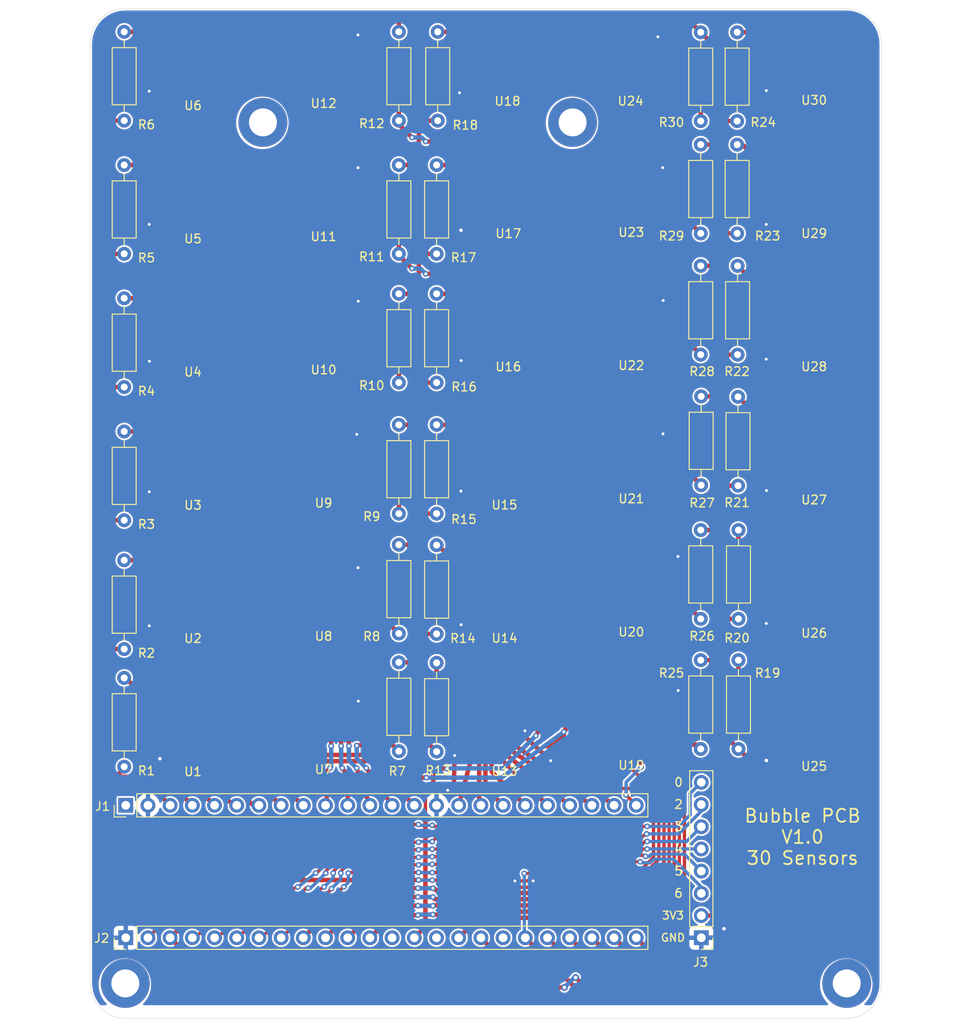
<source format=kicad_pcb>
(kicad_pcb (version 20200724) (host pcbnew "(5.99.0-2415-gbbdd3fce7)")
  (layers (0 "F.Cu" signal) (31 "B.Cu" signal) (34 "B.Paste" user) (35 "F.Paste" user) (36 "B.SilkS" user) (37 "F.SilkS" user) (38 "B.Mask" user) (39 "F.Mask" user) (44 "Edge.Cuts" user))
  (net 0 "")
  (net 1 "SCK")
  (net 2 "MISO")
  (net 3 "Net-(U1-Pad4)")
  (net 4 "+3V3")
  (net 5 "GND")
  (net 6 "VCC")
  (net 7 "SCK1")
  (net 8 "MOSI1")
  (net 9 "MOSI")
  (net 10 "MISO1")
  (net 11 "Net-(R1-Pad1)")
  (net 12 "Net-(R2-Pad1)")
  (net 13 "Net-(U2-Pad4)")
  (net 14 "ss3")
  (net 15 "ss4")
  (net 16 "ss5")
  (net 17 "ss6")
  (net 18 "ss7")
  (net 19 "ss8")
  (net 20 "ss9")
  (net 21 "ss10")
  (net 22 "ss11")
  (net 23 "ss12")
  (net 24 "ss13")
  (net 25 "ss14")
  (net 26 "ss15")
  (net 27 "ss16")
  (net 28 "ss17")
  (net 29 "ss18")
  (net 30 "ss19")
  (net 31 "gp1")
  (net 32 "gp2")
  (net 33 "gp4")
  (net 34 "gp3")
  (net 35 "ss20")
  (net 36 "ss21")
  (net 37 "ss22")
  (net 38 "ss23")
  (net 39 "ss24")
  (net 40 "ss25")
  (net 41 "ss26")
  (net 42 "ss27")
  (net 43 "ss28")
  (net 44 "ss29")
  (net 45 "ss30")
  (net 46 "gp5")
  (net 47 "gp6")
  (module "Sensor:ABPMANN060KGSA3" (layer "F.Cu") (at 92.663007 43.660639 -90)
    (fp_text reference "U24" (at 4.9 -0.66 unlocked) (layer "F.SilkS"))
    (fp_text value "ABPMANN060KGSA3")
    (pad "1" smd rect (at -2.54 -6 270) (size 0.65 1.75) (layers "F.Cu" "F.Paste" "F.Mask") (net 5 "GND"))
    (pad "2" smd rect (at 0 -6 270) (size 0.65 1.75) (layers "F.Cu" "F.Paste" "F.Mask") (net 4 "+3V3"))
    (pad "3" smd rect (at 2.54 -6 270) (size 0.65 1.75) (layers "F.Cu" "F.Paste" "F.Mask") (net 30 "ss19"))
    (pad "4" smd rect (at 2.54 4.6 270) (size 0.65 1.75) (layers "F.Cu" "F.Paste" "F.Mask") (net 13 "Net-(U2-Pad4)"))
    (pad "5" smd rect (at 0 4.6 270) (size 0.65 1.75) (layers "F.Cu" "F.Paste" "F.Mask") (net 10 "MISO1"))
    (pad "6" smd rect (at -2.54 4.6 270) (size 0.65 1.75) (layers "F.Cu" "F.Paste" "F.Mask") (net 7 "SCK1"))
  )
  (module "Resistor_THT:R_Axial_DIN0207_L6.3mm_D2.5mm_P10.16mm_Horizontal" (layer "F.Cu") (at 105.664 97.6376 -90)
    (fp_text reference "R26" (at 12.1412 4.164 180) (layer "F.SilkS"))
    (fp_text value "3.3k")
    (pad "1" thru_hole circle (at 0 0 270) (size 1.6 1.6) (drill 0.8) (layers *.Cu *.Mask) (net 41 "ss26"))
    (pad "2" thru_hole oval (at 10.16 0 270) (size 1.6 1.6) (drill 0.8) (layers *.Cu *.Mask) (net 4 "+3V3"))
  )
  (module "MountingHole:MountingHole_3.2mm_M3_DIN965_Pad" (layer "F.Cu") (at 51.25 51)
    (fp_text reference "REF**" hide)
    (fp_text value "MountingHole_3.2mm_M3_DIN965_Pad")
    (pad "1" thru_hole circle (at 0 0) (size 5.6 5.6) (drill 3.2) (layers *.Cu *.Mask))
  )
  (module "MountingHole:MountingHole_3.2mm_M3_DIN965_Pad" (layer "F.Cu") (at 86.683 51)
    (fp_text reference "REF**" hide)
    (fp_text value "MountingHole_3.2mm_M3_DIN965_Pad")
    (pad "2" thru_hole circle (at 0 0) (size 5.6 5.6) (drill 3.2) (layers *.Cu *.Mask))
  )
  (module "Resistor_THT:R_Axial_DIN0207_L6.3mm_D2.5mm_P10.16mm_Horizontal" (layer "F.Cu") (at 66.802 122.936 90)
    (fp_text reference "R7" (at -2.284 -0.182 180) (layer "F.SilkS"))
    (fp_text value "3.3k")
    (pad "1" thru_hole circle (at 0 0 90) (size 1.6 1.6) (drill 0.8) (layers *.Cu *.Mask) (net 21 "ss10"))
    (pad "2" thru_hole oval (at 10.16 0 90) (size 1.6 1.6) (drill 0.8) (layers *.Cu *.Mask) (net 4 "+3V3"))
  )
  (module "Sensor:ABPMANN060KGSA3" (layer "F.Cu") (at 79.873 58.841 90)
    (fp_text reference "U17" (at -4.88 -0.54 unlocked) (layer "F.SilkS"))
    (fp_text value "ABPMANN060KGSA3")
    (pad "1" smd rect (at -2.54 -6 90) (size 0.65 1.75) (layers "F.Cu" "F.Paste" "F.Mask") (net 5 "GND"))
    (pad "2" smd rect (at 0 -6 90) (size 0.65 1.75) (layers "F.Cu" "F.Paste" "F.Mask") (net 4 "+3V3"))
    (pad "3" smd rect (at 2.54 -6 90) (size 0.65 1.75) (layers "F.Cu" "F.Paste" "F.Mask") (net 27 "ss16"))
    (pad "4" smd rect (at 2.54 4.6 90) (size 0.65 1.75) (layers "F.Cu" "F.Paste" "F.Mask") (net 13 "Net-(U2-Pad4)"))
    (pad "5" smd rect (at 0 4.6 90) (size 0.65 1.75) (layers "F.Cu" "F.Paste" "F.Mask") (net 10 "MISO1"))
    (pad "6" smd rect (at -2.54 4.6 90) (size 0.65 1.75) (layers "F.Cu" "F.Paste" "F.Mask") (net 7 "SCK1"))
  )
  (module "Sensor:ABPMANN060KGSA3" (layer "F.Cu") (at 79.883 89.281 90)
    (fp_text reference "U15" (at -5.49 -0.99 unlocked) (layer "F.SilkS"))
    (fp_text value "ABPMANN060KGSA3")
    (pad "1" smd rect (at -2.54 -6 90) (size 0.65 1.75) (layers "F.Cu" "F.Paste" "F.Mask") (net 5 "GND"))
    (pad "2" smd rect (at 0 -6 90) (size 0.65 1.75) (layers "F.Cu" "F.Paste" "F.Mask") (net 4 "+3V3"))
    (pad "3" smd rect (at 2.54 -6 90) (size 0.65 1.75) (layers "F.Cu" "F.Paste" "F.Mask") (net 24 "ss13"))
    (pad "4" smd rect (at 2.54 4.6 90) (size 0.65 1.75) (layers "F.Cu" "F.Paste" "F.Mask") (net 3 "Net-(U1-Pad4)"))
    (pad "5" smd rect (at 0 4.6 90) (size 0.65 1.75) (layers "F.Cu" "F.Paste" "F.Mask") (net 2 "MISO"))
    (pad "6" smd rect (at -2.54 4.6 90) (size 0.65 1.75) (layers "F.Cu" "F.Paste" "F.Mask") (net 1 "SCK"))
  )
  (module "Sensor:ABPMANN060KGSA3" (layer "F.Cu") (at 58 89.24 -90)
    (fp_text reference "U9" (at 5.31 -0.19 unlocked) (layer "F.SilkS"))
    (fp_text value "ABPMANN060KGSA3")
    (pad "1" smd rect (at -2.54 -6 270) (size 0.65 1.75) (layers "F.Cu" "F.Paste" "F.Mask") (net 5 "GND"))
    (pad "2" smd rect (at 0 -6 270) (size 0.65 1.75) (layers "F.Cu" "F.Paste" "F.Mask") (net 4 "+3V3"))
    (pad "3" smd rect (at 2.54 -6 270) (size 0.65 1.75) (layers "F.Cu" "F.Paste" "F.Mask") (net 19 "ss8"))
    (pad "4" smd rect (at 2.54 4.6 270) (size 0.65 1.75) (layers "F.Cu" "F.Paste" "F.Mask") (net 3 "Net-(U1-Pad4)"))
    (pad "5" smd rect (at 0 4.6 270) (size 0.65 1.75) (layers "F.Cu" "F.Paste" "F.Mask") (net 2 "MISO"))
    (pad "6" smd rect (at -2.54 4.6 270) (size 0.65 1.75) (layers "F.Cu" "F.Paste" "F.Mask") (net 1 "SCK"))
  )
  (module "Sensor:ABPMANN060KGSA3" (layer "F.Cu") (at 114.8588 74.0664 90)
    (fp_text reference "U28" (at -4.88 -0.54 unlocked) (layer "F.SilkS"))
    (fp_text value "ABPMANN060KGSA3")
    (pad "1" smd rect (at -2.54 -6 90) (size 0.65 1.75) (layers "F.Cu" "F.Paste" "F.Mask") (net 5 "GND"))
    (pad "2" smd rect (at 0 -6 90) (size 0.65 1.75) (layers "F.Cu" "F.Paste" "F.Mask") (net 4 "+3V3"))
    (pad "3" smd rect (at 2.54 -6 90) (size 0.65 1.75) (layers "F.Cu" "F.Paste" "F.Mask") (net 43 "ss28"))
    (pad "4" smd rect (at 2.54 4.6 90) (size 0.65 1.75) (layers "F.Cu" "F.Paste" "F.Mask") (net 13 "Net-(U2-Pad4)"))
    (pad "5" smd rect (at 0 4.6 90) (size 0.65 1.75) (layers "F.Cu" "F.Paste" "F.Mask") (net 10 "MISO1"))
    (pad "6" smd rect (at -2.54 4.6 90) (size 0.65 1.75) (layers "F.Cu" "F.Paste" "F.Mask") (net 7 "SCK1"))
  )
  (module "Resistor_THT:R_Axial_DIN0207_L6.3mm_D2.5mm_P10.16mm_Horizontal" (layer "F.Cu") (at 66.802 66.04 90)
    (fp_text reference "R11" (at -0.34 -3.102 180) (layer "F.SilkS"))
    (fp_text value "3.3k")
    (pad "1" thru_hole circle (at 0 0 90) (size 1.6 1.6) (drill 0.8) (layers *.Cu *.Mask) (net 26 "ss15"))
    (pad "2" thru_hole oval (at 10.16 0 90) (size 1.6 1.6) (drill 0.8) (layers *.Cu *.Mask) (net 4 "+3V3"))
  )
  (module "Sensor:ABPMANN060KGSA3" (layer "F.Cu") (at 79.873 43.601 90)
    (fp_text reference "U18" (at -4.979 -0.633 unlocked) (layer "F.SilkS"))
    (fp_text value "ABPMANN060KGSA3")
    (pad "1" smd rect (at -2.54 -6 90) (size 0.65 1.75) (layers "F.Cu" "F.Paste" "F.Mask") (net 5 "GND"))
    (pad "2" smd rect (at 0 -6 90) (size 0.65 1.75) (layers "F.Cu" "F.Paste" "F.Mask") (net 4 "+3V3"))
    (pad "3" smd rect (at 2.54 -6 90) (size 0.65 1.75) (layers "F.Cu" "F.Paste" "F.Mask") (net 29 "ss18"))
    (pad "4" smd rect (at 2.54 4.6 90) (size 0.65 1.75) (layers "F.Cu" "F.Paste" "F.Mask") (net 13 "Net-(U2-Pad4)"))
    (pad "5" smd rect (at 0 4.6 90) (size 0.65 1.75) (layers "F.Cu" "F.Paste" "F.Mask") (net 10 "MISO1"))
    (pad "6" smd rect (at -2.54 4.6 90) (size 0.65 1.75) (layers "F.Cu" "F.Paste" "F.Mask") (net 7 "SCK1"))
  )
  (module "Sensor:ABPMANN060KGSA3" (layer "F.Cu") (at 79.873 74.081 90)
    (fp_text reference "U16" (at -4.88 -0.54 unlocked) (layer "F.SilkS"))
    (fp_text value "ABPMANN060KGSA3")
    (pad "1" smd rect (at -2.54 -6 90) (size 0.65 1.75) (layers "F.Cu" "F.Paste" "F.Mask") (net 5 "GND"))
    (pad "2" smd rect (at 0 -6 90) (size 0.65 1.75) (layers "F.Cu" "F.Paste" "F.Mask") (net 4 "+3V3"))
    (pad "3" smd rect (at 2.54 -6 90) (size 0.65 1.75) (layers "F.Cu" "F.Paste" "F.Mask") (net 25 "ss14"))
    (pad "4" smd rect (at 2.54 4.6 90) (size 0.65 1.75) (layers "F.Cu" "F.Paste" "F.Mask") (net 13 "Net-(U2-Pad4)"))
    (pad "5" smd rect (at 0 4.6 90) (size 0.65 1.75) (layers "F.Cu" "F.Paste" "F.Mask") (net 10 "MISO1"))
    (pad "6" smd rect (at -2.54 4.6 90) (size 0.65 1.75) (layers "F.Cu" "F.Paste" "F.Mask") (net 7 "SCK1"))
  )
  (module "Resistor_THT:R_Axial_DIN0207_L6.3mm_D2.5mm_P10.16mm_Horizontal" (layer "F.Cu") (at 35.372201 114.554 -90)
    (fp_text reference "R1" (at 10.626 -2.547799 -180) (layer "F.SilkS"))
    (fp_text value "3.3k")
    (pad "1" thru_hole circle (at 0 0 270) (size 1.6 1.6) (drill 0.8) (layers *.Cu *.Mask) (net 11 "Net-(R1-Pad1)"))
    (pad "2" thru_hole oval (at 10.16 0 270) (size 1.6 1.6) (drill 0.8) (layers *.Cu *.Mask) (net 4 "+3V3"))
  )
  (module "Sensor:ABPMANN060KGSA3" (layer "F.Cu") (at 114.8588 119.7864 90)
    (fp_text reference "U25" (at -4.88 -0.54 unlocked) (layer "F.SilkS"))
    (fp_text value "ABPMANN060KGSA3")
    (pad "1" smd rect (at -2.54 -6 90) (size 0.65 1.75) (layers "F.Cu" "F.Paste" "F.Mask") (net 5 "GND"))
    (pad "2" smd rect (at 0 -6 90) (size 0.65 1.75) (layers "F.Cu" "F.Paste" "F.Mask") (net 4 "+3V3"))
    (pad "3" smd rect (at 2.54 -6 90) (size 0.65 1.75) (layers "F.Cu" "F.Paste" "F.Mask") (net 40 "ss25"))
    (pad "4" smd rect (at 2.54 4.6 90) (size 0.65 1.75) (layers "F.Cu" "F.Paste" "F.Mask") (net 13 "Net-(U2-Pad4)"))
    (pad "5" smd rect (at 0 4.6 90) (size 0.65 1.75) (layers "F.Cu" "F.Paste" "F.Mask") (net 10 "MISO1"))
    (pad "6" smd rect (at -2.54 4.6 90) (size 0.65 1.75) (layers "F.Cu" "F.Paste" "F.Mask") (net 7 "SCK1"))
  )
  (module "Resistor_THT:R_Axial_DIN0207_L6.3mm_D2.5mm_P10.16mm_Horizontal" (layer "F.Cu") (at 66.802 95.758 90)
    (fp_text reference "R9" (at -0.34 -3.102 180) (layer "F.SilkS"))
    (fp_text value "3.3k")
    (pad "1" thru_hole circle (at 0 0 90) (size 1.6 1.6) (drill 0.8) (layers *.Cu *.Mask) (net 19 "ss8"))
    (pad "2" thru_hole oval (at 10.16 0 90) (size 1.6 1.6) (drill 0.8) (layers *.Cu *.Mask) (net 4 "+3V3"))
  )
  (module "Connector_PinHeader_2.54mm:PinHeader_1x24_P2.54mm_Vertical" (layer "F.Cu") (at 35.55 129.13 90)
    (fp_text reference "J1" (at -0.11 -2.65 180) (layer "F.SilkS"))
    (fp_text value "Conn_01x24_Female")
    (pad "1" thru_hole rect (at 0 0 90) (size 1.7 1.7) (drill 1) (layers *.Cu *.Mask) (net 6 "VCC"))
    (pad "2" thru_hole oval (at 0 2.54 90) (size 1.7 1.7) (drill 1) (layers *.Cu *.Mask) (net 5 "GND"))
    (pad "3" thru_hole oval (at 0 5.08 90) (size 1.7 1.7) (drill 1) (layers *.Cu *.Mask) (net 4 "+3V3"))
    (pad "4" thru_hole oval (at 0 7.62 90) (size 1.7 1.7) (drill 1) (layers *.Cu *.Mask) (net 11 "Net-(R1-Pad1)"))
    (pad "5" thru_hole oval (at 0 10.16 90) (size 1.7 1.7) (drill 1) (layers *.Cu *.Mask) (net 12 "Net-(R2-Pad1)"))
    (pad "6" thru_hole oval (at 0 12.7 90) (size 1.7 1.7) (drill 1) (layers *.Cu *.Mask) (net 14 "ss3"))
    (pad "7" thru_hole oval (at 0 15.24 90) (size 1.7 1.7) (drill 1) (layers *.Cu *.Mask) (net 15 "ss4"))
    (pad "8" thru_hole oval (at 0 17.78 90) (size 1.7 1.7) (drill 1) (layers *.Cu *.Mask) (net 16 "ss5"))
    (pad "9" thru_hole oval (at 0 20.32 90) (size 1.7 1.7) (drill 1) (layers *.Cu *.Mask) (net 17 "ss6"))
    (pad "10" thru_hole oval (at 0 22.86 90) (size 1.7 1.7) (drill 1) (layers *.Cu *.Mask) (net 18 "ss7"))
    (pad "11" thru_hole oval (at 0 25.4 90) (size 1.7 1.7) (drill 1) (layers *.Cu *.Mask) (net 19 "ss8"))
    (pad "12" thru_hole oval (at 0 27.94 90) (size 1.7 1.7) (drill 1) (layers *.Cu *.Mask) (net 20 "ss9"))
    (pad "13" thru_hole oval (at 0 30.48 90) (size 1.7 1.7) (drill 1) (layers *.Cu *.Mask) (net 21 "ss10"))
    (pad "14" thru_hole oval (at 0 33.02 90) (size 1.7 1.7) (drill 1) (layers *.Cu *.Mask) (net 1 "SCK"))
    (pad "15" thru_hole oval (at 0 35.56 90) (size 1.7 1.7) (drill 1) (layers *.Cu *.Mask) (net 5 "GND"))
    (pad "16" thru_hole oval (at 0 38.1 90) (size 1.7 1.7) (drill 1) (layers *.Cu *.Mask) (net 22 "ss11"))
    (pad "17" thru_hole oval (at 0 40.64 90) (size 1.7 1.7) (drill 1) (layers *.Cu *.Mask) (net 23 "ss12"))
    (pad "18" thru_hole oval (at 0 43.18 90) (size 1.7 1.7) (drill 1) (layers *.Cu *.Mask) (net 24 "ss13"))
    (pad "19" thru_hole oval (at 0 45.72 90) (size 1.7 1.7) (drill 1) (layers *.Cu *.Mask) (net 25 "ss14"))
    (pad "20" thru_hole oval (at 0 48.26 90) (size 1.7 1.7) (drill 1) (layers *.Cu *.Mask) (net 26 "ss15"))
    (pad "21" thru_hole oval (at 0 50.8 90) (size 1.7 1.7) (drill 1) (layers *.Cu *.Mask) (net 27 "ss16"))
    (pad "22" thru_hole oval (at 0 53.34 90) (size 1.7 1.7) (drill 1) (layers *.Cu *.Mask) (net 28 "ss17"))
    (pad "23" thru_hole oval (at 0 55.88 90) (size 1.7 1.7) (drill 1) (layers *.Cu *.Mask) (net 29 "ss18"))
    (pad "24" thru_hole oval (at 0 58.42 90) (size 1.7 1.7) (drill 1) (layers *.Cu *.Mask) (net 30 "ss19"))
  )
  (module "Connector_PinHeader_2.54mm:PinHeader_1x24_P2.54mm_Vertical" (layer "F.Cu") (at 35.55 144.28 90)
    (fp_text reference "J2" (at -0.06 -2.75 180) (layer "F.SilkS"))
    (fp_text value "Conn_01x24_Female")
    (pad "1" thru_hole rect (at 0 0 90) (size 1.7 1.7) (drill 1) (layers *.Cu *.Mask) (net 5 "GND"))
    (pad "2" thru_hole oval (at 0 2.54 90) (size 1.7 1.7) (drill 1) (layers *.Cu *.Mask) (net 47 "gp6"))
    (pad "3" thru_hole oval (at 0 5.08 90) (size 1.7 1.7) (drill 1) (layers *.Cu *.Mask) (net 10 "MISO1"))
    (pad "4" thru_hole oval (at 0 7.62 90) (size 1.7 1.7) (drill 1) (layers *.Cu *.Mask) (net 46 "gp5"))
    (pad "5" thru_hole oval (at 0 10.16 90) (size 1.7 1.7) (drill 1) (layers *.Cu *.Mask) (net 33 "gp4"))
    (pad "6" thru_hole oval (at 0 12.7 90) (size 1.7 1.7) (drill 1) (layers *.Cu *.Mask) (net 34 "gp3"))
    (pad "7" thru_hole oval (at 0 15.24 90) (size 1.7 1.7) (drill 1) (layers *.Cu *.Mask) (net 32 "gp2"))
    (pad "8" thru_hole oval (at 0 17.78 90) (size 1.7 1.7) (drill 1) (layers *.Cu *.Mask) (net 31 "gp1"))
    (pad "9" thru_hole oval (at 0 20.32 90) (size 1.7 1.7) (drill 1) (layers *.Cu *.Mask) (net 35 "ss20"))
    (pad "10" thru_hole oval (at 0 22.86 90) (size 1.7 1.7) (drill 1) (layers *.Cu *.Mask) (net 36 "ss21"))
    (pad "11" thru_hole oval (at 0 25.4 90) (size 1.7 1.7) (drill 1) (layers *.Cu *.Mask) (net 37 "ss22"))
    (pad "12" thru_hole oval (at 0 27.94 90) (size 1.7 1.7) (drill 1) (layers *.Cu *.Mask) (net 38 "ss23"))
    (pad "13" thru_hole oval (at 0 30.48 90) (size 1.7 1.7) (drill 1) (layers *.Cu *.Mask) (net 9 "MOSI"))
    (pad "14" thru_hole oval (at 0 33.02 90) (size 1.7 1.7) (drill 1) (layers *.Cu *.Mask) (net 2 "MISO"))
    (pad "15" thru_hole oval (at 0 35.56 90) (size 1.7 1.7) (drill 1) (layers *.Cu *.Mask) (net 4 "+3V3"))
    (pad "16" thru_hole oval (at 0 38.1 90) (size 1.7 1.7) (drill 1) (layers *.Cu *.Mask) (net 39 "ss24"))
    (pad "17" thru_hole oval (at 0 40.64 90) (size 1.7 1.7) (drill 1) (layers *.Cu *.Mask) (net 45 "ss30"))
    (pad "18" thru_hole oval (at 0 43.18 90) (size 1.7 1.7) (drill 1) (layers *.Cu *.Mask) (net 8 "MOSI1"))
    (pad "19" thru_hole oval (at 0 45.72 90) (size 1.7 1.7) (drill 1) (layers *.Cu *.Mask) (net 7 "SCK1"))
    (pad "20" thru_hole oval (at 0 48.26 90) (size 1.7 1.7) (drill 1) (layers *.Cu *.Mask) (net 44 "ss29"))
    (pad "21" thru_hole oval (at 0 50.8 90) (size 1.7 1.7) (drill 1) (layers *.Cu *.Mask) (net 43 "ss28"))
    (pad "22" thru_hole oval (at 0 53.34 90) (size 1.7 1.7) (drill 1) (layers *.Cu *.Mask) (net 42 "ss27"))
    (pad "23" thru_hole oval (at 0 55.88 90) (size 1.7 1.7) (drill 1) (layers *.Cu *.Mask) (net 41 "ss26"))
    (pad "24" thru_hole oval (at 0 58.42 90) (size 1.7 1.7) (drill 1) (layers *.Cu *.Mask) (net 40 "ss25"))
  )
  (module "Resistor_THT:R_Axial_DIN0207_L6.3mm_D2.5mm_P10.16mm_Horizontal" (layer "F.Cu") (at 66.802 50.8 90)
    (fp_text reference "R12" (at -0.34 -3.102 180) (layer "F.SilkS"))
    (fp_text value "3.3k")
    (pad "1" thru_hole circle (at 0 0 90) (size 1.6 1.6) (drill 0.8) (layers *.Cu *.Mask) (net 28 "ss17"))
    (pad "2" thru_hole oval (at 10.16 0 90) (size 1.6 1.6) (drill 0.8) (layers *.Cu *.Mask) (net 4 "+3V3"))
  )
  (module "Resistor_THT:R_Axial_DIN0207_L6.3mm_D2.5mm_P10.16mm_Horizontal" (layer "F.Cu") (at 35.372201 71.12 -90)
    (fp_text reference "R4" (at 10.626 -2.547799 -180) (layer "F.SilkS"))
    (fp_text value "3.3k")
    (pad "1" thru_hole circle (at 0 0 270) (size 1.6 1.6) (drill 0.8) (layers *.Cu *.Mask) (net 15 "ss4"))
    (pad "2" thru_hole oval (at 10.16 0 270) (size 1.6 1.6) (drill 0.8) (layers *.Cu *.Mask) (net 4 "+3V3"))
  )
  (module "Sensor:ABPMANN060KGSA3" (layer "F.Cu") (at 92.74 89.16 -90)
    (fp_text reference "U21" (at 4.9 -0.66 unlocked) (layer "F.SilkS"))
    (fp_text value "ABPMANN060KGSA3")
    (pad "1" smd rect (at -2.54 -6 270) (size 0.65 1.75) (layers "F.Cu" "F.Paste" "F.Mask") (net 5 "GND"))
    (pad "2" smd rect (at 0 -6 270) (size 0.65 1.75) (layers "F.Cu" "F.Paste" "F.Mask") (net 4 "+3V3"))
    (pad "3" smd rect (at 2.54 -6 270) (size 0.65 1.75) (layers "F.Cu" "F.Paste" "F.Mask") (net 37 "ss22"))
    (pad "4" smd rect (at 2.54 4.6 270) (size 0.65 1.75) (layers "F.Cu" "F.Paste" "F.Mask") (net 13 "Net-(U2-Pad4)"))
    (pad "5" smd rect (at 0 4.6 270) (size 0.65 1.75) (layers "F.Cu" "F.Paste" "F.Mask") (net 10 "MISO1"))
    (pad "6" smd rect (at -2.54 4.6 270) (size 0.65 1.75) (layers "F.Cu" "F.Paste" "F.Mask") (net 7 "SCK1"))
  )
  (module "Connector_PinHeader_2.54mm:PinHeader_1x08_P2.54mm_Vertical" (layer "F.Cu") (at 101.41 144.28 180)
    (fp_text reference "J3" (at 0.08 -2.8) (layer "F.SilkS"))
    (fp_text value "Conn_01x07_Male")
    (pad "1" thru_hole rect (at 0 0 180) (size 1.7 1.7) (drill 1) (layers *.Cu *.Mask) (net 5 "GND"))
    (pad "2" thru_hole oval (at 0 2.54 180) (size 1.7 1.7) (drill 1) (layers *.Cu *.Mask) (net 4 "+3V3"))
    (pad "3" thru_hole oval (at 0 5.08 180) (size 1.7 1.7) (drill 1) (layers *.Cu *.Mask) (net 31 "gp1"))
    (pad "4" thru_hole oval (at 0 7.62 180) (size 1.7 1.7) (drill 1) (layers *.Cu *.Mask) (net 32 "gp2"))
    (pad "5" thru_hole oval (at 0 10.16 180) (size 1.7 1.7) (drill 1) (layers *.Cu *.Mask) (net 34 "gp3"))
    (pad "6" thru_hole oval (at 0 12.7 180) (size 1.7 1.7) (drill 1) (layers *.Cu *.Mask) (net 33 "gp4"))
    (pad "7" thru_hole oval (at 0 15.24 180) (size 1.7 1.7) (drill 1) (layers *.Cu *.Mask) (net 46 "gp5"))
    (pad "8" thru_hole oval (at 0 17.78 180) (size 1.7 1.7) (drill 1) (layers *.Cu *.Mask) (net 47 "gp6"))
  )
  (module "Resistor_THT:R_Axial_DIN0207_L6.3mm_D2.5mm_P10.16mm_Horizontal" (layer "F.Cu") (at 71.247 40.64 -90)
    (fp_text reference "R18" (at 10.68 -3.163) (layer "F.SilkS"))
    (fp_text value "3.3k")
    (pad "1" thru_hole circle (at 0 0 270) (size 1.6 1.6) (drill 0.8) (layers *.Cu *.Mask) (net 29 "ss18"))
    (pad "2" thru_hole oval (at 10.16 0 270) (size 1.6 1.6) (drill 0.8) (layers *.Cu *.Mask) (net 4 "+3V3"))
  )
  (module "Sensor:ABPMANN060KGSA3" (layer "F.Cu") (at 44.230201 89.31 90)
    (fp_text reference "U3" (at -5.49 -0.99 unlocked) (layer "F.SilkS"))
    (fp_text value "ABPMANN060KGSA3")
    (pad "1" smd rect (at -2.54 -6 90) (size 0.65 1.75) (layers "F.Cu" "F.Paste" "F.Mask") (net 5 "GND"))
    (pad "2" smd rect (at 0 -6 90) (size 0.65 1.75) (layers "F.Cu" "F.Paste" "F.Mask") (net 4 "+3V3"))
    (pad "3" smd rect (at 2.54 -6 90) (size 0.65 1.75) (layers "F.Cu" "F.Paste" "F.Mask") (net 14 "ss3"))
    (pad "4" smd rect (at 2.54 4.6 90) (size 0.65 1.75) (layers "F.Cu" "F.Paste" "F.Mask") (net 3 "Net-(U1-Pad4)"))
    (pad "5" smd rect (at 0 4.6 90) (size 0.65 1.75) (layers "F.Cu" "F.Paste" "F.Mask") (net 2 "MISO"))
    (pad "6" smd rect (at -2.54 4.6 90) (size 0.65 1.75) (layers "F.Cu" "F.Paste" "F.Mask") (net 1 "SCK"))
  )
  (module "Resistor_THT:R_Axial_DIN0207_L6.3mm_D2.5mm_P10.16mm_Horizontal" (layer "F.Cu") (at 101.346 122.682 90)
    (fp_text reference "R19" (at 8.682 7.654 180) (layer "F.SilkS"))
    (fp_text value "3.3k")
    (pad "1" thru_hole circle (at 0 0 90) (size 1.6 1.6) (drill 0.8) (layers *.Cu *.Mask) (net 39 "ss24"))
    (pad "2" thru_hole oval (at 10.16 0 90) (size 1.6 1.6) (drill 0.8) (layers *.Cu *.Mask) (net 4 "+3V3"))
  )
  (module "Resistor_THT:R_Axial_DIN0207_L6.3mm_D2.5mm_P10.16mm_Horizontal" (layer "F.Cu") (at 105.5116 53.5432 -90)
    (fp_text reference "R29" (at 10.4568 7.5116 180) (layer "F.SilkS"))
    (fp_text value "3.3k")
    (pad "1" thru_hole circle (at 0 0 270) (size 1.6 1.6) (drill 0.8) (layers *.Cu *.Mask) (net 44 "ss29"))
    (pad "2" thru_hole oval (at 10.16 0 270) (size 1.6 1.6) (drill 0.8) (layers *.Cu *.Mask) (net 4 "+3V3"))
  )
  (module "Sensor:ABPMANN060KGSA3" (layer "F.Cu") (at 92.74 104.4 -90)
    (fp_text reference "U20" (at 4.9 -0.66 unlocked) (layer "F.SilkS"))
    (fp_text value "ABPMANN060KGSA3")
    (pad "1" smd rect (at -2.54 -6 270) (size 0.65 1.75) (layers "F.Cu" "F.Paste" "F.Mask") (net 5 "GND"))
    (pad "2" smd rect (at 0 -6 270) (size 0.65 1.75) (layers "F.Cu" "F.Paste" "F.Mask") (net 4 "+3V3"))
    (pad "3" smd rect (at 2.54 -6 270) (size 0.65 1.75) (layers "F.Cu" "F.Paste" "F.Mask") (net 38 "ss23"))
    (pad "4" smd rect (at 2.54 4.6 270) (size 0.65 1.75) (layers "F.Cu" "F.Paste" "F.Mask") (net 13 "Net-(U2-Pad4)"))
    (pad "5" smd rect (at 0 4.6 270) (size 0.65 1.75) (layers "F.Cu" "F.Paste" "F.Mask") (net 10 "MISO1"))
    (pad "6" smd rect (at -2.54 4.6 270) (size 0.65 1.75) (layers "F.Cu" "F.Paste" "F.Mask") (net 7 "SCK1"))
  )
  (module "Sensor:ABPMANN060KGSA3" (layer "F.Cu") (at 92.74 58.68 -90)
    (fp_text reference "U23" (at 4.9 -0.66 unlocked) (layer "F.SilkS"))
    (fp_text value "ABPMANN060KGSA3")
    (pad "1" smd rect (at -2.54 -6 270) (size 0.65 1.75) (layers "F.Cu" "F.Paste" "F.Mask") (net 5 "GND"))
    (pad "2" smd rect (at 0 -6 270) (size 0.65 1.75) (layers "F.Cu" "F.Paste" "F.Mask") (net 4 "+3V3"))
    (pad "3" smd rect (at 2.54 -6 270) (size 0.65 1.75) (layers "F.Cu" "F.Paste" "F.Mask") (net 35 "ss20"))
    (pad "4" smd rect (at 2.54 4.6 270) (size 0.65 1.75) (layers "F.Cu" "F.Paste" "F.Mask") (net 13 "Net-(U2-Pad4)"))
    (pad "5" smd rect (at 0 4.6 270) (size 0.65 1.75) (layers "F.Cu" "F.Paste" "F.Mask") (net 10 "MISO1"))
    (pad "6" smd rect (at -2.54 4.6 270) (size 0.65 1.75) (layers "F.Cu" "F.Paste" "F.Mask") (net 7 "SCK1"))
  )
  (module "Resistor_THT:R_Axial_DIN0207_L6.3mm_D2.5mm_P10.16mm_Horizontal" (layer "F.Cu") (at 101.346 77.5716 90)
    (fp_text reference "R22" (at -1.9284 4.154 180) (layer "F.SilkS"))
    (fp_text value "3.3k")
    (pad "1" thru_hole circle (at 0 0 90) (size 1.6 1.6) (drill 0.8) (layers *.Cu *.Mask) (net 36 "ss21"))
    (pad "2" thru_hole oval (at 10.16 0 90) (size 1.6 1.6) (drill 0.8) (layers *.Cu *.Mask) (net 4 "+3V3"))
  )
  (module "Sensor:ABPMANN060KGSA3" (layer "F.Cu") (at 92.74 119.64 -90)
    (fp_text reference "U19" (at 4.9 -0.66 unlocked) (layer "F.SilkS"))
    (fp_text value "ABPMANN060KGSA3")
    (pad "1" smd rect (at -2.54 -6 270) (size 0.65 1.75) (layers "F.Cu" "F.Paste" "F.Mask") (net 5 "GND"))
    (pad "2" smd rect (at 0 -6 270) (size 0.65 1.75) (layers "F.Cu" "F.Paste" "F.Mask") (net 4 "+3V3"))
    (pad "3" smd rect (at 2.54 -6 270) (size 0.65 1.75) (layers "F.Cu" "F.Paste" "F.Mask") (net 39 "ss24"))
    (pad "4" smd rect (at 2.54 4.6 270) (size 0.65 1.75) (layers "F.Cu" "F.Paste" "F.Mask") (net 13 "Net-(U2-Pad4)"))
    (pad "5" smd rect (at 0 4.6 270) (size 0.65 1.75) (layers "F.Cu" "F.Paste" "F.Mask") (net 10 "MISO1"))
    (pad "6" smd rect (at -2.54 4.6 270) (size 0.65 1.75) (layers "F.Cu" "F.Paste" "F.Mask") (net 7 "SCK1"))
  )
  (module "Resistor_THT:R_Axial_DIN0207_L6.3mm_D2.5mm_P10.16mm_Horizontal" (layer "F.Cu") (at 35.372201 55.88 -90)
    (fp_text reference "R5" (at 10.626 -2.547799 -180) (layer "F.SilkS"))
    (fp_text value "3.3k")
    (pad "1" thru_hole circle (at 0 0 270) (size 1.6 1.6) (drill 0.8) (layers *.Cu *.Mask) (net 16 "ss5"))
    (pad "2" thru_hole oval (at 10.16 0 270) (size 1.6 1.6) (drill 0.8) (layers *.Cu *.Mask) (net 4 "+3V3"))
  )
  (module "Resistor_THT:R_Axial_DIN0207_L6.3mm_D2.5mm_P10.16mm_Horizontal" (layer "F.Cu") (at 105.664 112.522 -90)
    (fp_text reference "R25" (at 1.478 7.664 180) (layer "F.SilkS"))
    (fp_text value "3.3k")
    (pad "1" thru_hole circle (at 0 0 270) (size 1.6 1.6) (drill 0.8) (layers *.Cu *.Mask) (net 40 "ss25"))
    (pad "2" thru_hole oval (at 10.16 0 270) (size 1.6 1.6) (drill 0.8) (layers *.Cu *.Mask) (net 4 "+3V3"))
  )
  (module "Resistor_THT:R_Axial_DIN0207_L6.3mm_D2.5mm_P10.16mm_Horizontal" (layer "F.Cu") (at 71.12 99.3648 -90)
    (fp_text reference "R14" (at 10.6752 -3.01 -180) (layer "F.SilkS"))
    (fp_text value "3.3k")
    (pad "1" thru_hole circle (at 0 0 270) (size 1.6 1.6) (drill 0.8) (layers *.Cu *.Mask) (net 23 "ss12"))
    (pad "2" thru_hole oval (at 10.16 0 270) (size 1.6 1.6) (drill 0.8) (layers *.Cu *.Mask) (net 4 "+3V3"))
  )
  (module "Resistor_THT:R_Axial_DIN0207_L6.3mm_D2.5mm_P10.16mm_Horizontal" (layer "F.Cu") (at 105.5624 67.4116 -90)
    (fp_text reference "R28" (at 12.0884 4.0624 180) (layer "F.SilkS"))
    (fp_text value "3.3k")
    (pad "1" thru_hole circle (at 0 0 270) (size 1.6 1.6) (drill 0.8) (layers *.Cu *.Mask) (net 43 "ss28"))
    (pad "2" thru_hole oval (at 10.16 0 270) (size 1.6 1.6) (drill 0.8) (layers *.Cu *.Mask) (net 4 "+3V3"))
  )
  (module "Sensor:ABPMANN060KGSA3" (layer "F.Cu") (at 79.883 104.521 90)
    (fp_text reference "U14" (at -5.49 -0.99 unlocked) (layer "F.SilkS"))
    (fp_text value "ABPMANN060KGSA3")
    (pad "1" smd rect (at -2.54 -6 90) (size 0.65 1.75) (layers "F.Cu" "F.Paste" "F.Mask") (net 5 "GND"))
    (pad "2" smd rect (at 0 -6 90) (size 0.65 1.75) (layers "F.Cu" "F.Paste" "F.Mask") (net 4 "+3V3"))
    (pad "3" smd rect (at 2.54 -6 90) (size 0.65 1.75) (layers "F.Cu" "F.Paste" "F.Mask") (net 23 "ss12"))
    (pad "4" smd rect (at 2.54 4.6 90) (size 0.65 1.75) (layers "F.Cu" "F.Paste" "F.Mask") (net 3 "Net-(U1-Pad4)"))
    (pad "5" smd rect (at 0 4.6 90) (size 0.65 1.75) (layers "F.Cu" "F.Paste" "F.Mask") (net 2 "MISO"))
    (pad "6" smd rect (at -2.54 4.6 90) (size 0.65 1.75) (layers "F.Cu" "F.Paste" "F.Mask") (net 1 "SCK"))
  )
  (module "Resistor_THT:R_Axial_DIN0207_L6.3mm_D2.5mm_P10.16mm_Horizontal" (layer "F.Cu") (at 105.5116 40.6908 -90)
    (fp_text reference "R30" (at 10.3092 7.5116 180) (layer "F.SilkS"))
    (fp_text value "3.3k")
    (pad "1" thru_hole circle (at 0 0 270) (size 1.6 1.6) (drill 0.8) (layers *.Cu *.Mask) (net 45 "ss30"))
    (pad "2" thru_hole oval (at 10.16 0 270) (size 1.6 1.6) (drill 0.8) (layers *.Cu *.Mask) (net 4 "+3V3"))
  )
  (module "Sensor:ABPMANN060KGSA3" (layer "F.Cu") (at 44.230201 58.83 90)
    (fp_text reference "U5" (at -5.49 -0.99 unlocked) (layer "F.SilkS"))
    (fp_text value "ABPMANN060KGSA3")
    (pad "1" smd rect (at -2.54 -6 90) (size 0.65 1.75) (layers "F.Cu" "F.Paste" "F.Mask") (net 5 "GND"))
    (pad "2" smd rect (at 0 -6 90) (size 0.65 1.75) (layers "F.Cu" "F.Paste" "F.Mask") (net 4 "+3V3"))
    (pad "3" smd rect (at 2.54 -6 90) (size 0.65 1.75) (layers "F.Cu" "F.Paste" "F.Mask") (net 16 "ss5"))
    (pad "4" smd rect (at 2.54 4.6 90) (size 0.65 1.75) (layers "F.Cu" "F.Paste" "F.Mask") (net 3 "Net-(U1-Pad4)"))
    (pad "5" smd rect (at 0 4.6 90) (size 0.65 1.75) (layers "F.Cu" "F.Paste" "F.Mask") (net 2 "MISO"))
    (pad "6" smd rect (at -2.54 4.6 90) (size 0.65 1.75) (layers "F.Cu" "F.Paste" "F.Mask") (net 1 "SCK"))
  )
  (module "MountingHole:MountingHole_3.2mm_M3_DIN965_Pad" (layer "F.Cu") (at 118.05 149.5)
    (fp_text reference "REF**" hide)
    (fp_text value "MountingHole_3.2mm_M3_DIN965_Pad")
    (pad "4" thru_hole circle (at 0 0) (size 5.6 5.6) (drill 3.2) (layers *.Cu *.Mask))
  )
  (module "Resistor_THT:R_Axial_DIN0207_L6.3mm_D2.5mm_P10.16mm_Horizontal" (layer "F.Cu") (at 105.6132 82.3976 -90)
    (fp_text reference "R27" (at 12.1412 4.1132 180) (layer "F.SilkS"))
    (fp_text value "3.3k")
    (pad "1" thru_hole circle (at 0 0 270) (size 1.6 1.6) (drill 0.8) (layers *.Cu *.Mask) (net 42 "ss27"))
    (pad "2" thru_hole oval (at 10.16 0 270) (size 1.6 1.6) (drill 0.8) (layers *.Cu *.Mask) (net 4 "+3V3"))
  )
  (module "Sensor:ABPMANN060KGSA3" (layer "F.Cu") (at 58 43.52 -90)
    (fp_text reference "U12" (at 5.31 -0.19 unlocked) (layer "F.SilkS"))
    (fp_text value "ABPMANN060KGSA3")
    (pad "1" smd rect (at -2.54 -6 270) (size 0.65 1.75) (layers "F.Cu" "F.Paste" "F.Mask") (net 5 "GND"))
    (pad "2" smd rect (at 0 -6 270) (size 0.65 1.75) (layers "F.Cu" "F.Paste" "F.Mask") (net 4 "+3V3"))
    (pad "3" smd rect (at 2.54 -6 270) (size 0.65 1.75) (layers "F.Cu" "F.Paste" "F.Mask") (net 28 "ss17"))
    (pad "4" smd rect (at 2.54 4.6 270) (size 0.65 1.75) (layers "F.Cu" "F.Paste" "F.Mask") (net 3 "Net-(U1-Pad4)"))
    (pad "5" smd rect (at 0 4.6 270) (size 0.65 1.75) (layers "F.Cu" "F.Paste" "F.Mask") (net 2 "MISO"))
    (pad "6" smd rect (at -2.54 4.6 270) (size 0.65 1.75) (layers "F.Cu" "F.Paste" "F.Mask") (net 1 "SCK"))
  )
  (module "Sensor:ABPMANN060KGSA3" (layer "F.Cu") (at 114.8588 43.5864 90)
    (fp_text reference "U30" (at -4.88 -0.54 unlocked) (layer "F.SilkS"))
    (fp_text value "ABPMANN060KGSA3")
    (pad "1" smd rect (at -2.54 -6 90) (size 0.65 1.75) (layers "F.Cu" "F.Paste" "F.Mask") (net 5 "GND"))
    (pad "2" smd rect (at 0 -6 90) (size 0.65 1.75) (layers "F.Cu" "F.Paste" "F.Mask") (net 4 "+3V3"))
    (pad "3" smd rect (at 2.54 -6 90) (size 0.65 1.75) (layers "F.Cu" "F.Paste" "F.Mask") (net 45 "ss30"))
    (pad "4" smd rect (at 2.54 4.6 90) (size 0.65 1.75) (layers "F.Cu" "F.Paste" "F.Mask") (net 13 "Net-(U2-Pad4)"))
    (pad "5" smd rect (at 0 4.6 90) (size 0.65 1.75) (layers "F.Cu" "F.Paste" "F.Mask") (net 10 "MISO1"))
    (pad "6" smd rect (at -2.54 4.6 90) (size 0.65 1.75) (layers "F.Cu" "F.Paste" "F.Mask") (net 7 "SCK1"))
  )
  (module "Sensor:ABPMANN060KGSA3" (layer "F.Cu") (at 58 119.72 -90)
    (fp_text reference "U7" (at 5.31 -0.19 unlocked) (layer "F.SilkS"))
    (fp_text value "ABPMANN060KGSA3")
    (pad "1" smd rect (at -2.54 -6 270) (size 0.65 1.75) (layers "F.Cu" "F.Paste" "F.Mask") (net 5 "GND"))
    (pad "2" smd rect (at 0 -6 270) (size 0.65 1.75) (layers "F.Cu" "F.Paste" "F.Mask") (net 4 "+3V3"))
    (pad "3" smd rect (at 2.54 -6 270) (size 0.65 1.75) (layers "F.Cu" "F.Paste" "F.Mask") (net 21 "ss10"))
    (pad "4" smd rect (at 2.54 4.6 270) (size 0.65 1.75) (layers "F.Cu" "F.Paste" "F.Mask") (net 3 "Net-(U1-Pad4)"))
    (pad "5" smd rect (at 0 4.6 270) (size 0.65 1.75) (layers "F.Cu" "F.Paste" "F.Mask") (net 2 "MISO"))
    (pad "6" smd rect (at -2.54 4.6 270) (size 0.65 1.75) (layers "F.Cu" "F.Paste" "F.Mask") (net 1 "SCK"))
  )
  (module "Sensor:ABPMANN060KGSA3" (layer "F.Cu") (at 114.8588 58.8264 90)
    (fp_text reference "U29" (at -4.88 -0.54 unlocked) (layer "F.SilkS"))
    (fp_text value "ABPMANN060KGSA3")
    (pad "1" smd rect (at -2.54 -6 90) (size 0.65 1.75) (layers "F.Cu" "F.Paste" "F.Mask") (net 5 "GND"))
    (pad "2" smd rect (at 0 -6 90) (size 0.65 1.75) (layers "F.Cu" "F.Paste" "F.Mask") (net 4 "+3V3"))
    (pad "3" smd rect (at 2.54 -6 90) (size 0.65 1.75) (layers "F.Cu" "F.Paste" "F.Mask") (net 44 "ss29"))
    (pad "4" smd rect (at 2.54 4.6 90) (size 0.65 1.75) (layers "F.Cu" "F.Paste" "F.Mask") (net 13 "Net-(U2-Pad4)"))
    (pad "5" smd rect (at 0 4.6 90) (size 0.65 1.75) (layers "F.Cu" "F.Paste" "F.Mask") (net 10 "MISO1"))
    (pad "6" smd rect (at -2.54 4.6 90) (size 0.65 1.75) (layers "F.Cu" "F.Paste" "F.Mask") (net 7 "SCK1"))
  )
  (module "MountingHole:MountingHole_3.2mm_M3_DIN965_Pad" (layer "F.Cu") (at 35.5 149.5)
    (fp_text reference "a" hide)
    (fp_text value "MountingHole_3.2mm_M3_DIN965_Pad")
    (pad "3" thru_hole circle (at 0 0) (size 5.6 5.6) (drill 3.2) (layers *.Cu *.Mask))
  )
  (module "Resistor_THT:R_Axial_DIN0207_L6.3mm_D2.5mm_P10.16mm_Horizontal" (layer "F.Cu") (at 71.12 112.8268 -90)
    (fp_text reference "R13" (at 12.3232 -0.17 -180) (layer "F.SilkS"))
    (fp_text value "3.3k")
    (pad "1" thru_hole circle (at 0 0 270) (size 1.6 1.6) (drill 0.8) (layers *.Cu *.Mask) (net 22 "ss11"))
    (pad "2" thru_hole oval (at 10.16 0 270) (size 1.6 1.6) (drill 0.8) (layers *.Cu *.Mask) (net 4 "+3V3"))
  )
  (module "Resistor_THT:R_Axial_DIN0207_L6.3mm_D2.5mm_P10.16mm_Horizontal" (layer "F.Cu") (at 66.802 80.772 90)
    (fp_text reference "R10" (at -0.34 -3.102 180) (layer "F.SilkS"))
    (fp_text value "3.3k")
    (pad "1" thru_hole circle (at 0 0 90) (size 1.6 1.6) (drill 0.8) (layers *.Cu *.Mask) (net 18 "ss7"))
    (pad "2" thru_hole oval (at 10.16 0 90) (size 1.6 1.6) (drill 0.8) (layers *.Cu *.Mask) (net 4 "+3V3"))
  )
  (module "Sensor:ABPMANN060KGSA3" (layer "F.Cu") (at 114.8588 104.5464 90)
    (fp_text reference "U26" (at -4.88 -0.54 unlocked) (layer "F.SilkS"))
    (fp_text value "ABPMANN060KGSA3")
    (pad "1" smd rect (at -2.54 -6 90) (size 0.65 1.75) (layers "F.Cu" "F.Paste" "F.Mask") (net 5 "GND"))
    (pad "2" smd rect (at 0 -6 90) (size 0.65 1.75) (layers "F.Cu" "F.Paste" "F.Mask") (net 4 "+3V3"))
    (pad "3" smd rect (at 2.54 -6 90) (size 0.65 1.75) (layers "F.Cu" "F.Paste" "F.Mask") (net 41 "ss26"))
    (pad "4" smd rect (at 2.54 4.6 90) (size 0.65 1.75) (layers "F.Cu" "F.Paste" "F.Mask") (net 13 "Net-(U2-Pad4)"))
    (pad "5" smd rect (at 0 4.6 90) (size 0.65 1.75) (layers "F.Cu" "F.Paste" "F.Mask") (net 10 "MISO1"))
    (pad "6" smd rect (at -2.54 4.6 90) (size 0.65 1.75) (layers "F.Cu" "F.Paste" "F.Mask") (net 7 "SCK1"))
  )
  (module "Sensor:ABPMANN060KGSA3" (layer "F.Cu") (at 114.8588 89.3064 90)
    (fp_text reference "U27" (at -4.88 -0.54 unlocked) (layer "F.SilkS"))
    (fp_text value "ABPMANN060KGSA3")
    (pad "1" smd rect (at -2.54 -6 90) (size 0.65 1.75) (layers "F.Cu" "F.Paste" "F.Mask") (net 5 "GND"))
    (pad "2" smd rect (at 0 -6 90) (size 0.65 1.75) (layers "F.Cu" "F.Paste" "F.Mask") (net 4 "+3V3"))
    (pad "3" smd rect (at 2.54 -6 90) (size 0.65 1.75) (layers "F.Cu" "F.Paste" "F.Mask") (net 42 "ss27"))
    (pad "4" smd rect (at 2.54 4.6 90) (size 0.65 1.75) (layers "F.Cu" "F.Paste" "F.Mask") (net 13 "Net-(U2-Pad4)"))
    (pad "5" smd rect (at 0 4.6 90) (size 0.65 1.75) (layers "F.Cu" "F.Paste" "F.Mask") (net 10 "MISO1"))
    (pad "6" smd rect (at -2.54 4.6 90) (size 0.65 1.75) (layers "F.Cu" "F.Paste" "F.Mask") (net 7 "SCK1"))
  )
  (module "Sensor:ABPMANN060KGSA3" (layer "F.Cu") (at 44.230201 104.55 90)
    (fp_text reference "U2" (at -5.49 -0.99 unlocked) (layer "F.SilkS"))
    (fp_text value "ABPMANN060KGSA3")
    (pad "1" smd rect (at -2.54 -6 90) (size 0.65 1.75) (layers "F.Cu" "F.Paste" "F.Mask") (net 5 "GND"))
    (pad "2" smd rect (at 0 -6 90) (size 0.65 1.75) (layers "F.Cu" "F.Paste" "F.Mask") (net 4 "+3V3"))
    (pad "3" smd rect (at 2.54 -6 90) (size 0.65 1.75) (layers "F.Cu" "F.Paste" "F.Mask") (net 12 "Net-(R2-Pad1)"))
    (pad "4" smd rect (at 2.54 4.6 90) (size 0.65 1.75) (layers "F.Cu" "F.Paste" "F.Mask") (net 3 "Net-(U1-Pad4)"))
    (pad "5" smd rect (at 0 4.6 90) (size 0.65 1.75) (layers "F.Cu" "F.Paste" "F.Mask") (net 2 "MISO"))
    (pad "6" smd rect (at -2.54 4.6 90) (size 0.65 1.75) (layers "F.Cu" "F.Paste" "F.Mask") (net 1 "SCK"))
  )
  (module "Resistor_THT:R_Axial_DIN0207_L6.3mm_D2.5mm_P10.16mm_Horizontal" (layer "F.Cu") (at 66.802 109.474 90)
    (fp_text reference "R8" (at -0.34 -3.102 180) (layer "F.SilkS"))
    (fp_text value "3.3k")
    (pad "1" thru_hole circle (at 0 0 90) (size 1.6 1.6) (drill 0.8) (layers *.Cu *.Mask) (net 20 "ss9"))
    (pad "2" thru_hole oval (at 10.16 0 90) (size 1.6 1.6) (drill 0.8) (layers *.Cu *.Mask) (net 4 "+3V3"))
  )
  (module "Resistor_THT:R_Axial_DIN0207_L6.3mm_D2.5mm_P10.16mm_Horizontal" (layer "F.Cu") (at 35.372201 86.36 -90)
    (fp_text reference "R3" (at 10.626 -2.547799 -180) (layer "F.SilkS"))
    (fp_text value "3.3k")
    (pad "1" thru_hole circle (at 0 0 270) (size 1.6 1.6) (drill 0.8) (layers *.Cu *.Mask) (net 14 "ss3"))
    (pad "2" thru_hole oval (at 10.16 0 270) (size 1.6 1.6) (drill 0.8) (layers *.Cu *.Mask) (net 4 "+3V3"))
  )
  (module "Resistor_THT:R_Axial_DIN0207_L6.3mm_D2.5mm_P10.16mm_Horizontal" (layer "F.Cu") (at 101.346 107.7976 90)
    (fp_text reference "R20" (at -2.2024 4.154 180) (layer "F.SilkS"))
    (fp_text value "3.3k")
    (pad "1" thru_hole circle (at 0 0 90) (size 1.6 1.6) (drill 0.8) (layers *.Cu *.Mask) (net 38 "ss23"))
    (pad "2" thru_hole oval (at 10.16 0 90) (size 1.6 1.6) (drill 0.8) (layers *.Cu *.Mask) (net 4 "+3V3"))
  )
  (module "Sensor:ABPMANN060KGSA3" (layer "F.Cu") (at 58 58.76 -90)
    (fp_text reference "U11" (at 5.31 -0.19 unlocked) (layer "F.SilkS"))
    (fp_text value "ABPMANN060KGSA3")
    (pad "1" smd rect (at -2.54 -6 270) (size 0.65 1.75) (layers "F.Cu" "F.Paste" "F.Mask") (net 5 "GND"))
    (pad "2" smd rect (at 0 -6 270) (size 0.65 1.75) (layers "F.Cu" "F.Paste" "F.Mask") (net 4 "+3V3"))
    (pad "3" smd rect (at 2.54 -6 270) (size 0.65 1.75) (layers "F.Cu" "F.Paste" "F.Mask") (net 26 "ss15"))
    (pad "4" smd rect (at 2.54 4.6 270) (size 0.65 1.75) (layers "F.Cu" "F.Paste" "F.Mask") (net 3 "Net-(U1-Pad4)"))
    (pad "5" smd rect (at 0 4.6 270) (size 0.65 1.75) (layers "F.Cu" "F.Paste" "F.Mask") (net 2 "MISO"))
    (pad "6" smd rect (at -2.54 4.6 270) (size 0.65 1.75) (layers "F.Cu" "F.Paste" "F.Mask") (net 1 "SCK"))
  )
  (module "Resistor_THT:R_Axial_DIN0207_L6.3mm_D2.5mm_P10.16mm_Horizontal" (layer "F.Cu") (at 71.12 85.598 -90)
    (fp_text reference "R15" (at 10.822 -3.12 180) (layer "F.SilkS"))
    (fp_text value "3.3k")
    (pad "1" thru_hole circle (at 0 0 270) (size 1.6 1.6) (drill 0.8) (layers *.Cu *.Mask) (net 24 "ss13"))
    (pad "2" thru_hole oval (at 10.16 0 270) (size 1.6 1.6) (drill 0.8) (layers *.Cu *.Mask) (net 4 "+3V3"))
  )
  (module "Resistor_THT:R_Axial_DIN0207_L6.3mm_D2.5mm_P10.16mm_Horizontal" (layer "F.Cu") (at 35.372201 101.092 -90)
    (fp_text reference "R2" (at 10.626 -2.547799 -180) (layer "F.SilkS"))
    (fp_text value "3.3k")
    (pad "1" thru_hole circle (at 0 0 270) (size 1.6 1.6) (drill 0.8) (layers *.Cu *.Mask) (net 12 "Net-(R2-Pad1)"))
    (pad "2" thru_hole oval (at 10.16 0 270) (size 1.6 1.6) (drill 0.8) (layers *.Cu *.Mask) (net 4 "+3V3"))
  )
  (module "Sensor:ABPMANN060KGSA3" (layer "F.Cu") (at 44.230201 74.07 90)
    (fp_text reference "U4" (at -5.49 -0.99 unlocked) (layer "F.SilkS"))
    (fp_text value "ABPMANN060KGSA3")
    (pad "1" smd rect (at -2.54 -6 90) (size 0.65 1.75) (layers "F.Cu" "F.Paste" "F.Mask") (net 5 "GND"))
    (pad "2" smd rect (at 0 -6 90) (size 0.65 1.75) (layers "F.Cu" "F.Paste" "F.Mask") (net 4 "+3V3"))
    (pad "3" smd rect (at 2.54 -6 90) (size 0.65 1.75) (layers "F.Cu" "F.Paste" "F.Mask") (net 15 "ss4"))
    (pad "4" smd rect (at 2.54 4.6 90) (size 0.65 1.75) (layers "F.Cu" "F.Paste" "F.Mask") (net 3 "Net-(U1-Pad4)"))
    (pad "5" smd rect (at 0 4.6 90) (size 0.65 1.75) (layers "F.Cu" "F.Paste" "F.Mask") (net 2 "MISO"))
    (pad "6" smd rect (at -2.54 4.6 90) (size 0.65 1.75) (layers "F.Cu" "F.Paste" "F.Mask") (net 1 "SCK"))
  )
  (module "Sensor:ABPMANN060KGSA3" (layer "F.Cu") (at 58 104.48 -90)
    (fp_text reference "U8" (at 5.31 -0.19 unlocked) (layer "F.SilkS"))
    (fp_text value "ABPMANN060KGSA3")
    (pad "1" smd rect (at -2.54 -6 270) (size 0.65 1.75) (layers "F.Cu" "F.Paste" "F.Mask") (net 5 "GND"))
    (pad "2" smd rect (at 0 -6 270) (size 0.65 1.75) (layers "F.Cu" "F.Paste" "F.Mask") (net 4 "+3V3"))
    (pad "3" smd rect (at 2.54 -6 270) (size 0.65 1.75) (layers "F.Cu" "F.Paste" "F.Mask") (net 20 "ss9"))
    (pad "4" smd rect (at 2.54 4.6 270) (size 0.65 1.75) (layers "F.Cu" "F.Paste" "F.Mask") (net 3 "Net-(U1-Pad4)"))
    (pad "5" smd rect (at 0 4.6 270) (size 0.65 1.75) (layers "F.Cu" "F.Paste" "F.Mask") (net 2 "MISO"))
    (pad "6" smd rect (at -2.54 4.6 270) (size 0.65 1.75) (layers "F.Cu" "F.Paste" "F.Mask") (net 1 "SCK"))
  )
  (module "Sensor:ABPMANN060KGSA3" (layer "F.Cu") (at 58 74 -90)
    (fp_text reference "U10" (at 5.31 -0.19 unlocked) (layer "F.SilkS"))
    (fp_text value "ABPMANN060KGSA3")
    (pad "1" smd rect (at -2.54 -6 270) (size 0.65 1.75) (layers "F.Cu" "F.Paste" "F.Mask") (net 5 "GND"))
    (pad "2" smd rect (at 0 -6 270) (size 0.65 1.75) (layers "F.Cu" "F.Paste" "F.Mask") (net 4 "+3V3"))
    (pad "3" smd rect (at 2.54 -6 270) (size 0.65 1.75) (layers "F.Cu" "F.Paste" "F.Mask") (net 18 "ss7"))
    (pad "4" smd rect (at 2.54 4.6 270) (size 0.65 1.75) (layers "F.Cu" "F.Paste" "F.Mask") (net 3 "Net-(U1-Pad4)"))
    (pad "5" smd rect (at 0 4.6 270) (size 0.65 1.75) (layers "F.Cu" "F.Paste" "F.Mask") (net 2 "MISO"))
    (pad "6" smd rect (at -2.54 4.6 270) (size 0.65 1.75) (layers "F.Cu" "F.Paste" "F.Mask") (net 1 "SCK"))
  )
  (module "Sensor:ABPMANN060KGSA3" (layer "F.Cu") (at 44.230201 119.79 90)
    (fp_text reference "U1" (at -5.49 -0.99 unlocked) (layer "F.SilkS"))
    (fp_text value "ABPMANN060KGSA3")
    (pad "1" smd rect (at -2.54 -6 90) (size 0.65 1.75) (layers "F.Cu" "F.Paste" "F.Mask") (net 5 "GND"))
    (pad "2" smd rect (at 0 -6 90) (size 0.65 1.75) (layers "F.Cu" "F.Paste" "F.Mask") (net 4 "+3V3"))
    (pad "3" smd rect (at 2.54 -6 90) (size 0.65 1.75) (layers "F.Cu" "F.Paste" "F.Mask") (net 11 "Net-(R1-Pad1)"))
    (pad "4" smd rect (at 2.54 4.6 90) (size 0.65 1.75) (layers "F.Cu" "F.Paste" "F.Mask") (net 3 "Net-(U1-Pad4)"))
    (pad "5" smd rect (at 0 4.6 90) (size 0.65 1.75) (layers "F.Cu" "F.Paste" "F.Mask") (net 2 "MISO"))
    (pad "6" smd rect (at -2.54 4.6 90) (size 0.65 1.75) (layers "F.Cu" "F.Paste" "F.Mask") (net 1 "SCK"))
  )
  (module "Sensor:ABPMANN060KGSA3" (layer "F.Cu") (at 44.230201 43.59 90)
    (fp_text reference "U6" (at -5.49 -0.99 unlocked) (layer "F.SilkS"))
    (fp_text value "ABPMANN060KGSA3")
    (pad "1" smd rect (at -2.54 -6 90) (size 0.65 1.75) (layers "F.Cu" "F.Paste" "F.Mask") (net 5 "GND"))
    (pad "2" smd rect (at 0 -6 90) (size 0.65 1.75) (layers "F.Cu" "F.Paste" "F.Mask") (net 4 "+3V3"))
    (pad "3" smd rect (at 2.54 -6 90) (size 0.65 1.75) (layers "F.Cu" "F.Paste" "F.Mask") (net 17 "ss6"))
    (pad "4" smd rect (at 2.54 4.6 90) (size 0.65 1.75) (layers "F.Cu" "F.Paste" "F.Mask") (net 3 "Net-(U1-Pad4)"))
    (pad "5" smd rect (at 0 4.6 90) (size 0.65 1.75) (layers "F.Cu" "F.Paste" "F.Mask") (net 2 "MISO"))
    (pad "6" smd rect (at -2.54 4.6 90) (size 0.65 1.75) (layers "F.Cu" "F.Paste" "F.Mask") (net 1 "SCK"))
  )
  (module "Resistor_THT:R_Axial_DIN0207_L6.3mm_D2.5mm_P10.16mm_Horizontal" (layer "F.Cu") (at 71.12 55.88 -90)
    (fp_text reference "R17" (at 10.59 -3.09) (layer "F.SilkS"))
    (fp_text value "3.3k")
    (pad "1" thru_hole circle (at 0 0 270) (size 1.6 1.6) (drill 0.8) (layers *.Cu *.Mask) (net 27 "ss16"))
    (pad "2" thru_hole oval (at 10.16 0 270) (size 1.6 1.6) (drill 0.8) (layers *.Cu *.Mask) (net 4 "+3V3"))
  )
  (module "Resistor_THT:R_Axial_DIN0207_L6.3mm_D2.5mm_P10.16mm_Horizontal" (layer "F.Cu") (at 71.12 70.612 -90)
    (fp_text reference "R16" (at 10.648 -3.15 180) (layer "F.SilkS"))
    (fp_text value "3.3k")
    (pad "1" thru_hole circle (at 0 0 270) (size 1.6 1.6) (drill 0.8) (layers *.Cu *.Mask) (net 25 "ss14"))
    (pad "2" thru_hole oval (at 10.16 0 270) (size 1.6 1.6) (drill 0.8) (layers *.Cu *.Mask) (net 4 "+3V3"))
  )
  (module "Resistor_THT:R_Axial_DIN0207_L6.3mm_D2.5mm_P10.16mm_Horizontal" (layer "F.Cu") (at 35.372201 40.64 -90)
    (fp_text reference "R6" (at 10.626 -2.547799 -180) (layer "F.SilkS"))
    (fp_text value "3.3k")
    (pad "1" thru_hole circle (at 0 0 270) (size 1.6 1.6) (drill 0.8) (layers *.Cu *.Mask) (net 17 "ss6"))
    (pad "2" thru_hole oval (at 10.16 0 270) (size 1.6 1.6) (drill 0.8) (layers *.Cu *.Mask) (net 4 "+3V3"))
  )
  (module "Sensor:ABPMANN060KGSA3" (layer "F.Cu") (at 92.74 73.92 -90)
    (fp_text reference "U22" (at 4.9 -0.66 unlocked) (layer "F.SilkS"))
    (fp_text value "ABPMANN060KGSA3")
    (pad "1" smd rect (at -2.54 -6 270) (size 0.65 1.75) (layers "F.Cu" "F.Paste" "F.Mask") (net 5 "GND"))
    (pad "2" smd rect (at 0 -6 270) (size 0.65 1.75) (layers "F.Cu" "F.Paste" "F.Mask") (net 4 "+3V3"))
    (pad "3" smd rect (at 2.54 -6 270) (size 0.65 1.75) (layers "F.Cu" "F.Paste" "F.Mask") (net 36 "ss21"))
    (pad "4" smd rect (at 2.54 4.6 270) (size 0.65 1.75) (layers "F.Cu" "F.Paste" "F.Mask") (net 13 "Net-(U2-Pad4)"))
    (pad "5" smd rect (at 0 4.6 270) (size 0.65 1.75) (layers "F.Cu" "F.Paste" "F.Mask") (net 10 "MISO1"))
    (pad "6" smd rect (at -2.54 4.6 270) (size 0.65 1.75) (layers "F.Cu" "F.Paste" "F.Mask") (net 7 "SCK1"))
  )
  (module "Sensor:ABPMANN060KGSA3" (layer "F.Cu") (at 79.883 119.761 90)
    (fp_text reference "U13" (at -5.49 -0.99 unlocked) (layer "F.SilkS"))
    (fp_text value "ABPMANN060KGSA3")
    (pad "1" smd rect (at -2.54 -6 90) (size 0.65 1.75) (layers "F.Cu" "F.Paste" "F.Mask") (net 5 "GND"))
    (pad "2" smd rect (at 0 -6 90) (size 0.65 1.75) (layers "F.Cu" "F.Paste" "F.Mask") (net 4 "+3V3"))
    (pad "3" smd rect (at 2.54 -6 90) (size 0.65 1.75) (layers "F.Cu" "F.Paste" "F.Mask") (net 22 "ss11"))
    (pad "4" smd rect (at 2.54 4.6 90) (size 0.65 1.75) (layers "F.Cu" "F.Paste" "F.Mask") (net 3 "Net-(U1-Pad4)"))
    (pad "5" smd rect (at 0 4.6 90) (size 0.65 1.75) (layers "F.Cu" "F.Paste" "F.Mask") (net 2 "MISO"))
    (pad "6" smd rect (at -2.54 4.6 90) (size 0.65 1.75) (layers "F.Cu" "F.Paste" "F.Mask") (net 1 "SCK"))
  )
  (module "Resistor_THT:R_Axial_DIN0207_L6.3mm_D2.5mm_P10.16mm_Horizontal" (layer "F.Cu") (at 101.346 50.8508 90)
    (fp_text reference "R24" (at -0.1492 7.154 180) (layer "F.SilkS"))
    (fp_text value "3.3k")
    (pad "1" thru_hole circle (at 0 0 90) (size 1.6 1.6) (drill 0.8) (layers *.Cu *.Mask) (net 30 "ss19"))
    (pad "2" thru_hole oval (at 10.16 0 90) (size 1.6 1.6) (drill 0.8) (layers *.Cu *.Mask) (net 4 "+3V3"))
  )
  (module "Resistor_THT:R_Axial_DIN0207_L6.3mm_D2.5mm_P10.16mm_Horizontal" (layer "F.Cu") (at 101.346 63.7032 90)
    (fp_text reference "R23" (at -0.2968 7.654 180) (layer "F.SilkS"))
    (fp_text value "3.3k")
    (pad "1" thru_hole circle (at 0 0 90) (size 1.6 1.6) (drill 0.8) (layers *.Cu *.Mask) (net 35 "ss20"))
    (pad "2" thru_hole oval (at 10.16 0 90) (size 1.6 1.6) (drill 0.8) (layers *.Cu *.Mask) (net 4 "+3V3"))
  )
  (module "Resistor_THT:R_Axial_DIN0207_L6.3mm_D2.5mm_P10.16mm_Horizontal" (layer "F.Cu") (at 101.3968 92.5068 90)
    (fp_text reference "R21" (at -1.9932 4.1032 180) (layer "F.SilkS"))
    (fp_text value "3.3k")
    (pad "1" thru_hole circle (at 0 0 90) (size 1.6 1.6) (drill 0.8) (layers *.Cu *.Mask) (net 37 "ss22"))
    (pad "2" thru_hole oval (at 10.16 0 90) (size 1.6 1.6) (drill 0.8) (layers *.Cu *.Mask) (net 4 "+3V3"))
  )
  (gr_arc (start 118 149.5) (end 122 149.5) (angle 90) (layer "Edge.Cuts") (width 0.05))
  (gr_arc (start 35.5 42) (end 35.5 38) (angle -90) (layer "Edge.Cuts") (width 0.05))
  (gr_line (start 31.5 149.5) (end 31.5 42) (layer "Edge.Cuts") (width 0.05))
  (gr_line (start 118 153.5) (end 35.5 153.5) (layer "Edge.Cuts") (width 0.05))
  (gr_line (start 35.5 38) (end 118 38) (layer "Edge.Cuts") (width 0.05))
  (gr_arc (start 118 42) (end 122 42) (angle -90) (layer "Edge.Cuts") (width 0.05))
  (gr_line (start 122 42) (end 122 149.5) (layer "Edge.Cuts") (width 0.05))
  (gr_arc (start 35.5 149.5) (end 31.5 149.5) (angle -90) (layer "Edge.Cuts") (width 0.05))
  (gr_text "Bubble PCB\nV1.0\n30 Sensors" (at 113 132.75) (layer "F.SilkS") (effects (font (size 1.5 1.5) (thickness 0.2))))
  (gr_text "4" (at 98.806 134.104) (layer "F.SilkS") (effects (font (size 1 1))))
  (gr_text "GND" (at 98.171 144.272) (layer "F.SilkS") (effects (font (size 0.9 0.9))))
  (gr_text "6" (at 98.806 139.184) (layer "F.SilkS") (effects (font (size 1 1))))
  (gr_text "3" (at 98.806 131.564) (layer "F.SilkS") (effects (font (size 1 1))))
  (gr_text "2" (at 98.806 129.024) (layer "F.SilkS") (effects (font (size 1 1))))
  (gr_text "5" (at 98.806 136.644) (layer "F.SilkS") (effects (font (size 1 1))))
  (gr_text "3V3" (at 98.171 141.732) (layer "F.SilkS") (effects (font (size 0.9 0.9))))
  (gr_text "0" (at 98.806 126.492) (layer "F.SilkS") (effects (font (size 1 1))))
  (segment (start 46.8884 61.3684) (end 46.8884 57.3184) (width 0.508) (layer "F.Cu") (net 1))
  (segment (start 48.830201 61.37) (end 46.89 61.37) (width 0.508) (layer "F.Cu") (net 1))
  (segment (start 52.1116 118.4684) (end 46.8884 118.4684) (width 0.508) (layer "F.Cu") (net 1))
  (segment (start 85.88 107.240402) (end 85.88 93.218) (width 0.508) (layer "F.Cu") (net 1))
  (segment (start 46.94 107.09) (end 46.8884 107.0384) (width 0.508) (layer "F.Cu") (net 1))
  (segment (start 46.8884 86.6648) (end 46.8884 77.724) (width 0.508) (layer "F.Cu") (net 1))
  (segment (start 46.8884 40.974599) (end 47.592 40.270999) (width 0.508) (layer "F.Cu") (net 1))
  (segment (start 47.21 72.57) (end 46.8884 72.2484) (width 0.508) (layer "F.Cu") (net 1))
  (segment (start 46.8884 76.5816) (end 46.8884 72.2484) (width 0.508) (layer "F.Cu") (net 1))
  (segment (start 85.6742 120.7262) (end 85.88 120.5204) (width 0.508) (layer "F.Cu") (net 1))
  (segment (start 46.8884 62.4332) (end 46.8884 61.3684) (width 0.508) (layer "F.Cu") (net 1))
  (segment (start 46.8884 77.724) (end 46.8884 76.5816) (width 0.508) (layer "F.Cu") (net 1))
  (segment (start 46.8884 119.871161) (end 46.8884 118.4684) (width 0.508) (layer "F.Cu") (net 1))
  (segment (start 46.8884 48.071801) (end 46.8884 42.8616) (width 0.508) (layer "F.Cu") (net 1))
  (segment (start 48.830201 91.85) (end 47.0368 91.85) (width 0.508) (layer "F.Cu") (net 1))
  (segment (start 47.0368 91.85) (end 46.8884 91.9984) (width 0.508) (layer "F.Cu") (net 1))
  (segment (start 46.8884 57.3184) (end 46.8884 56.1848) (width 0.508) (layer "F.Cu") (net 1))
  (segment (start 54.941 124.079) (end 53.467 124.079) (width 0.508) (layer "F.Cu") (net 1))
  (segment (start 48.830201 122.33) (end 48.08 122.33) (width 0.508) (layer "F.Cu") (net 1))
  (segment (start 65.2748 125.8348) (end 68.57 129.13) (width 0.508) (layer "F.Cu") (net 1))
  (segment (start 52.0384 88.0616) (end 46.8884 88.0616) (width 0.508) (layer "F.Cu") (net 1))
  (segment (start 63.519 124.079) (end 65.2748 125.8348) (width 0.508) (layer "F.Cu") (net 1))
  (segment (start 46.9168 76.61) (end 46.8884 76.5816) (width 0.508) (layer "F.Cu") (net 1))
  (segment (start 85.815201 107.305201) (end 85.88 107.240402) (width 0.508) (layer "F.Cu") (net 1))
  (segment (start 85.88 107.37) (end 85.88 119.0472) (width 0.508) (layer "F.Cu") (net 1))
  (segment (start 47.592 40.270999) (end 52.690999 40.270999) (width 0.508) (layer "F.Cu") (net 1))
  (segment (start 48.830201 76.61) (end 46.9168 76.61) (width 0.508) (layer "F.Cu") (net 1))
  (segment (start 85.6742 121.1098) (end 84.483 122.301) (width 0.508) (layer "F.Cu") (net 1))
  (segment (start 53.4 117.18) (end 52.1116 118.4684) (width 0.508) (layer "F.Cu") (net 1))
  (segment (start 46.8884 88.0616) (end 46.8884 86.6648) (width 0.508) (layer "F.Cu") (net 1))
  (segment (start 53.4 124.012) (end 53.467 124.079) (width 0.508) (layer "F.Cu") (net 1))
  (segment (start 52.29 72.57) (end 47.21 72.57) (width 0.508) (layer "F.Cu") (net 1))
  (segment (start 46.8884 103.3816) (end 46.8884 102.108) (width 0.508) (layer "F.Cu") (net 1))
  (segment (start 46.8884 71.628) (end 46.8884 62.4332) (width 0.508) (layer "F.Cu") (net 1))
  (segment (start 69.951876 125.962741) (end 65.402741 125.962741) (width 0.508) (layer "F.Cu") (net 1))
  (segment (start 63.519 124.079) (end 54.941 124.079) (width 0.508) (layer "F.Cu") (net 1))
  (segment (start 46.8884 93.1164) (end 46.8884 91.9984) (width 0.508) (layer "F.Cu") (net 1))
  (segment (start 46.8884 72.2484) (end 46.8884 71.628) (width 0.508) (layer "F.Cu") (net 1))
  (segment (start 48.08 122.33) (end 46.8884 121.1384) (width 0.508) (layer "F.Cu") (net 1))
  (segment (start 52.690999 40.270999) (end 53.4 40.98) (width 0.508) (layer "F.Cu") (net 1))
  (segment (start 85.88 93.218) (end 84.483 91.821) (width 0.508) (layer "F.Cu") (net 1))
  (segment (start 46.8884 42.8616) (end 46.8884 40.974599) (width 0.508) (layer "F.Cu") (net 1))
  (segment (start 85.88 120.5204) (end 85.88 119.0472) (width 0.508) (layer "F.Cu") (net 1))
  (segment (start 85.815201 107.305201) (end 85.88 107.37) (width 0.508) (layer "F.Cu") (net 1))
  (segment (start 51.9584 103.3816) (end 46.8884 103.3816) (width 0.508) (layer "F.Cu") (net 1))
  (segment (start 46.8884 107.0384) (end 46.8884 103.3816) (width 0.508) (layer "F.Cu") (net 1))
  (segment (start 46.8884 121.1384) (end 46.8884 119.871161) (width 0.508) (layer "F.Cu") (net 1))
  (segment (start 48.830201 122.33) (end 48.782201 122.282) (width 0.508) (layer "F.Cu") (net 1))
  (segment (start 53.4 56.22) (end 52.3016 57.3184) (width 0.508) (layer "F.Cu") (net 1))
  (segment (start 85.571 107.061) (end 85.815201 107.305201) (width 0.508) (layer "F.Cu") (net 1))
  (segment (start 48.830201 107.09) (end 46.94 107.09) (width 0.508) (layer "F.Cu") (net 1))
  (segment (start 50.512201 124.012) (end 48.830201 122.33) (width 0.508) (layer "F.Cu") (net 1))
  (segment (start 46.8884 48.071801) (end 48.830201 46.13) (width 0.508) (layer "F.Cu") (net 1))
  (segment (start 46.8884 118.4684) (end 46.8884 117.1448) (width 0.508) (layer "F.Cu") (net 1))
  (segment (start 53.4 86.7) (end 52.0384 88.0616) (width 0.508) (layer "F.Cu") (net 1))
  (segment (start 46.8884 117.1448) (end 46.8884 108.7628) (width 0.508) (layer "F.Cu") (net 1))
  (segment (start 53.4 71.46) (end 52.29 72.57) (width 0.508) (layer "F.Cu") (net 1))
  (segment (start 84.483 107.061) (end 85.571 107.061) (width 0.508) (layer "F.Cu") (net 1))
  (segment (start 46.8884 108.7628) (end 46.8884 107.0384) (width 0.508) (layer "F.Cu") (net 1))
  (segment (start 85.6742 120.7262) (end 85.6742 121.1098) (width 0.508) (layer "F.Cu") (net 1))
  (segment (start 46.8884 91.9984) (end 46.8884 88.0616) (width 0.508) (layer "F.Cu") (net 1))
  (segment (start 46.8884 56.1848) (end 46.8884 48.071801) (width 0.508) (layer "F.Cu") (net 1))
  (segment (start 53.4 124.012) (end 50.512201 124.012) (width 0.508) (layer "F.Cu") (net 1))
  (segment (start 53.4 101.94) (end 51.9584 103.3816) (width 0.508) (layer "F.Cu") (net 1))
  (segment (start 46.89 61.37) (end 46.8884 61.3684) (width 0.508) (layer "F.Cu") (net 1))
  (segment (start 52.3016 57.3184) (end 46.8884 57.3184) (width 0.508) (layer "F.Cu") (net 1))
  (segment (start 65.402741 125.962741) (end 65.2748 125.8348) (width 0.508) (layer "F.Cu") (net 1))
  (segment (start 46.8884 102.108) (end 46.8884 93.1164) (width 0.508) (layer "F.Cu") (net 1))
  (via (at 85.6742 120.7262) (size 0.6604) (drill 0.3302) (layers "F.Cu" "B.Cu") (net 1))
  (via (at 69.951876 125.962741) (size 0.6604) (drill 0.3302) (layers "F.Cu" "B.Cu") (net 1))
  (segment (start 85.6742 120.7262) (end 78.547332 125.962741) (width 0.508) (layer "B.Cu") (net 1))
  (segment (start 78.547332 125.962741) (end 69.951876 125.962741) (width 0.508) (layer "B.Cu") (net 1))
  (segment (start 55.74 45.86) (end 53.4 43.52) (width 0.508) (layer "F.Cu") (net 2))
  (segment (start 48.830201 58.83) (end 53.33 58.83) (width 0.508) (layer "F.Cu") (net 2))
  (segment (start 53.4 104.48) (end 55.686 104.48) (width 0.508) (layer "F.Cu") (net 2))
  (segment (start 55.67 119.72) (end 55.74 119.65) (width 0.508) (layer "F.Cu") (net 2))
  (segment (start 84.483 104.521) (end 84.448799 104.555201) (width 0.508) (layer "F.Cu") (net 2))
  (segment (start 72.31 124.93) (end 71.9664 124.9) (width 0.508) (layer "F.Cu") (net 2))
  (segment (start 83.150799 90.613201) (end 84.483 89.281) (width 0.508) (layer "F.Cu") (net 2))
  (segment (start 55.74 104.534) (end 55.74 89.1924) (width 0.508) (layer "F.Cu") (net 2))
  (segment (start 53.33 43.59) (end 53.4 43.52) (width 0.508) (layer "F.Cu") (net 2))
  (segment (start 48.830201 104.55) (end 53.33 104.55) (width 0.508) (layer "F.Cu") (net 2))
  (segment (start 84.448799 104.555201) (end 83.150799 104.555201) (width 0.508) (layer "F.Cu") (net 2))
  (segment (start 53.33 74.07) (end 53.4 74) (width 0.508) (layer "F.Cu") (net 2))
  (segment (start 83.150799 103.188799) (end 83.150799 90.613201) (width 0.508) (layer "F.Cu") (net 2))
  (segment (start 66.13 124.9) (end 64.59779 123.36779) (width 0.508) (layer "F.Cu") (net 2))
  (segment (start 69.84 127.8736) (end 69.84 131.48) (width 0.381) (layer "F.Cu") (net 2))
  (segment (start 53.33 104.55) (end 53.4 104.48) (width 0.508) (layer "F.Cu") (net 2))
  (segment (start 70.48 124.95) (end 70.739277 125.450877) (width 0.508) (layer "F.Cu") (net 2))
  (segment (start 53.4 58.76) (end 55.6104 58.76) (width 0.508) (layer "F.Cu") (net 2))
  (segment (start 64.59779 123.36779) (end 57.04779 123.36779) (width 0.508) (layer "F.Cu") (net 2))
  (segment (start 48.830201 43.59) (end 53.33 43.59) (width 0.508) (layer "F.Cu") (net 2))
  (segment (start 69.84 130.7) (end 69.84 143.01) (width 0.508) (layer "F.Cu") (net 2))
  (segment (start 53.4 74) (end 55.458 74) (width 0.508) (layer "F.Cu") (net 2))
  (segment (start 48.830201 89.31) (end 53.33 89.31) (width 0.508) (layer "F.Cu") (net 2))
  (segment (start 53.4 119.72) (end 55.67 119.72) (width 0.508) (layer "F.Cu") (net 2))
  (segment (start 57.04779 123.36779) (end 55.74 122.06) (width 0.508) (layer "F.Cu") (net 2))
  (segment (start 83.150799 105.853201) (end 83.150799 104.555201) (width 0.508) (layer "F.Cu") (net 2))
  (segment (start 55.74 89.1924) (end 55.74 74.282) (width 0.508) (layer "F.Cu") (net 2))
  (segment (start 55.74 119.65) (end 55.74 104.534) (width 0.508) (layer "F.Cu") (net 2))
  (segment (start 83.150799 120.049503) (end 83.150799 119.693601) (width 0.508) (layer "F.Cu") (net 2))
  (segment (start 69.84 143.01) (end 68.57 144.28) (width 0.508) (layer "F.Cu") (net 2))
  (segment (start 71.9664 124.9) (end 66.13 124.9) (width 0.508) (layer "F.Cu") (net 2))
  (segment (start 84.483 119.761) (end 83.218198 119.761) (width 0.508) (layer "F.Cu") (net 2))
  (segment (start 55.74 122.06) (end 55.74 119.65) (width 0.508) (layer "F.Cu") (net 2))
  (segment (start 83.150799 118.428799) (end 83.150799 119.693601) (width 0.508) (layer "F.Cu") (net 2))
  (segment (start 55.6924 89.24) (end 55.74 89.1924) (width 0.508) (layer "F.Cu") (net 2))
  (segment (start 55.74 74.282) (end 55.74 58.8896) (width 0.508) (layer "F.Cu") (net 2))
  (segment (start 53.33 58.83) (end 53.4 58.76) (width 0.508) (layer "F.Cu") (net 2))
  (segment (start 53.33 119.79) (end 53.4 119.72) (width 0.508) (layer "F.Cu") (net 2))
  (segment (start 55.6104 58.76) (end 55.74 58.8896) (width 0.508) (layer "F.Cu") (net 2))
  (segment (start 70.739277 125.450877) (end 70.739277 126.974323) (width 0.508) (layer "F.Cu") (net 2))
  (segment (start 70.739277 126.974323) (end 69.84 127.8736) (width 0.508) (layer "F.Cu") (net 2))
  (segment (start 83.150799 118.428799) (end 83.150799 105.853201) (width 0.508) (layer "F.Cu") (net 2))
  (segment (start 48.830201 74.07) (end 53.33 74.07) (width 0.508) (layer "F.Cu") (net 2))
  (segment (start 83.218198 119.761) (end 83.150799 119.693601) (width 0.508) (layer "F.Cu") (net 2))
  (segment (start 48.830201 119.79) (end 53.33 119.79) (width 0.508) (layer "F.Cu") (net 2))
  (segment (start 83.150799 104.555201) (end 83.150799 103.188799) (width 0.508) (layer "F.Cu") (net 2))
  (segment (start 82.4738 121.158) (end 83.150799 120.049503) (width 0.508) (layer "F.Cu") (net 2))
  (segment (start 55.686 104.48) (end 55.74 104.534) (width 0.508) (layer "F.Cu") (net 2))
  (segment (start 55.74 58.8896) (end 55.74 45.86) (width 0.508) (layer "F.Cu") (net 2))
  (segment (start 55.458 74) (end 55.74 74.282) (width 0.508) (layer "F.Cu") (net 2))
  (segment (start 53.33 89.31) (end 53.4 89.24) (width 0.508) (layer "F.Cu") (net 2))
  (segment (start 53.4 89.24) (end 55.6924 89.24) (width 0.508) (layer "F.Cu") (net 2))
  (via (at 82.4738 121.158) (size 0.6604) (drill 0.3302) (layers "F.Cu" "B.Cu") (net 2))
  (via (at 72.31 124.93) (size 0.6604) (drill 0.3302) (layers "F.Cu" "B.Cu") (net 2))
  (segment (start 72.5088 124.9) (end 78.7318 124.9) (width 0.508) (layer "B.Cu") (net 2))
  (segment (start 78.7318 124.9) (end 82.4738 121.158) (width 0.508) (layer "B.Cu") (net 2))
  (segment (start 72.31 124.93) (end 72.5088 124.9) (width 0.508) (layer "B.Cu") (net 2))
  (segment (start 84.483 101.981) (end 84.545199 101.918801) (width 0.508) (layer "F.Cu") (net 3))
  (segment (start 69.2404 109.5248) (end 69.088 109.3724) (width 0.508) (layer "F.Cu") (net 4))
  (segment (start 103.4542 112.3696) (end 103.4542 119.634) (width 0.508) (layer "F.Cu") (net 4))
  (segment (start 32.512 81.28) (end 32.512 74.168) (width 0.508) (layer "F.Cu") (net 4))
  (segment (start 69.088 82.423) (end 69.088 85.852) (width 0.508) (layer "F.Cu") (net 4))
  (segment (start 38.230201 119.79) (end 32.61 119.79) (width 0.508) (layer "F.Cu") (net 4))
  (segment (start 71.247 50.8) (end 69.088 50.8) (width 0.508) (layer "F.Cu") (net 4))
  (segment (start 32.512 50.8) (end 32.512 49.308201) (width 0.508) (layer "F.Cu") (net 4))
  (segment (start 35.372201 124.901799) (end 34.417 125.857) (width 0.508) (layer "F.Cu") (net 4))
  (segment (start 69.088 43.561) (end 69.088 50.8) (width 0.508) (layer "F.Cu") (net 4))
  (segment (start 69.088 104.14) (end 69.088 104.775) (width 0.508) (layer "F.Cu") (net 4))
  (segment (start 32.512 104.394) (end 32.512 96.52) (width 0.508) (layer "F.Cu") (net 4))
  (segment (start 66.802 70.612) (end 68.834 70.612) (width 0.508) (layer "F.Cu") (net 4))
  (segment (start 105.5116 50.8508) (end 103.4796 50.8508) (width 0.508) (layer "F.Cu") (net 4))
  (segment (start 99.4052 38.75) (end 69.86 38.75) (width 0.508) (layer "F.Cu") (net 4))
  (segment (start 66.802 112.776) (end 69.0372 112.776) (width 0.508) (layer "F.Cu") (net 4))
  (segment (start 73.873 74.081) (end 69.302 74.081) (width 0.508) (layer "F.Cu") (net 4))
  (segment (start 73.883 104.521) (end 69.342 104.521) (width 0.508) (layer "F.Cu") (net 4))
  (segment (start 103.4542 92.5322) (end 103.4542 97.79) (width 0.508) (layer "F.Cu") (net 4))
  (segment (start 101.346 53.5432) (end 103.3526 53.5432) (width 0.508) (layer "F.Cu") (net 4))
  (segment (start 37.357 125.857) (end 40.63 129.13) (width 0.508) (layer "F.Cu") (net 4))
  (segment (start 98.74 89.16) (end 103.3466 89.16) (width 0.508) (layer "F.Cu") (net 4))
  (segment (start 69.047 43.52) (end 69.088 43.561) (width 0.508) (layer "F.Cu") (net 4))
  (segment (start 103.4542 64.008) (end 103.4542 67.1576) (width 0.508) (layer "F.Cu") (net 4))
  (segment (start 109.479791 126.497791) (end 109.479791 138.267369) (width 0.508) (layer "F.Cu") (net 4))
  (segment (start 35.151543 39) (end 32.512 41.639543) (width 0.508) (layer "F.Cu") (net 4))
  (segment (start 101.346 67.4116) (end 103.2002 67.4116) (width 0.508) (layer "F.Cu") (net 4))
  (segment (start 103.4542 104.14) (end 103.4542 104.521) (width 0.508) (layer "F.Cu") (net 4))
  (segment (start 35.372201 66.04) (end 32.766 66.04) (width 0.508) (layer "F.Cu") (net 4))
  (segment (start 103.759 63.7032) (end 103.4542 64.008) (width 0.508) (layer "F.Cu") (net 4))
  (segment (start 69.128 43.601) (end 69.047 43.52) (width 0.508) (layer "F.Cu") (net 4))
  (segment (start 64.6794 39) (end 35.151543 39) (width 0.508) (layer "F.Cu") (net 4))
  (segment (start 69.002 58.76) (end 69.088 58.674) (width 0.508) (layer "F.Cu") (net 4))
  (segment (start 103.4542 97.79) (end 103.4542 104.14) (width 0.508) (layer "F.Cu") (net 4))
  (segment (start 73.873 58.841) (end 69.2258 58.841) (width 0.508) (layer "F.Cu") (net 4))
  (segment (start 103.4542 89.0524) (end 103.4542 92.5322) (width 0.508) (layer "F.Cu") (net 4))
  (segment (start 69.088 39.522) (end 69.2908 39.3192) (width 0.508) (layer "F.Cu") (net 4))
  (segment (start 32.512 58.928) (end 32.512 50.8) (width 0.508) (layer "F.Cu") (net 4))
  (segment (start 66.802 55.88) (end 68.961 55.88) (width 0.508) (layer "F.Cu") (net 4))
  (segment (start 32.512 123.952) (end 32.512 120.65) (width 0.508) (layer "F.Cu") (net 4))
  (segment (start 103.4542 107.9246) (end 103.4542 112.3696) (width 0.508) (layer "F.Cu") (net 4))
  (segment (start 103.4542 73.9648) (end 103.4542 78.0034) (width 0.508) (layer "F.Cu") (net 4))
  (segment (start 103.4542 78.0034) (end 103.4542 82.55) (width 0.508) (layer "F.Cu") (net 4))
  (segment (start 98.74 58.68) (end 103.4348 58.68) (width 0.508) (layer "F.Cu") (net 4))
  (segment (start 108.8588 104.5464) (end 103.8606 104.5464) (width 0.508) (layer "F.Cu") (net 4))
  (segment (start 103.4542 82.55) (end 103.4542 89.0524) (width 0.508) (layer "F.Cu") (net 4))
  (segment (start 69.2908 39.3192) (end 66.6192 39.3192) (width 0.508) (layer "F.Cu") (net 4))
  (segment (start 103.4542 53.6448) (end 103.4542 58.6994) (width 0.508) (layer "F.Cu") (net 4))
  (segment (start 103.4482 119.64) (end 103.4542 119.634) (width 0.508) (layer "F.Cu") (net 4))
  (segment (start 32.512 74.168) (end 32.512 65.786) (width 0.508) (layer "F.Cu") (net 4))
  (segment (start 108.8588 89.3064) (end 103.493 89.3064) (width 0.508) (layer "F.Cu") (net 4))
  (segment (start 69.088 112.395) (end 69.088 112.8268) (width 0.508) (layer "F.Cu") (net 4))
  (segment (start 64.9986 39.3192) (end 64.6794 39) (width 0.508) (layer "F.Cu") (net 4))
  (segment (start 103.4542 43.4086) (end 103.4542 43.7896) (width 0.508) (layer "F.Cu") (net 4))
  (segment (start 69.088 70.358) (end 69.088 73.66) (width 0.508) (layer "F.Cu") (net 4))
  (segment (start 103.4094 73.92) (end 103.4542 73.9648) (width 0.508) (layer "F.Cu") (net 4))
  (segment (start 68.961 119.761) (end 68.92 119.72) (width 0.508) (layer "F.Cu") (net 4))
  (segment (start 69.088 66.294) (end 69.088 70.358) (width 0.508) (layer "F.Cu") (net 4))
  (segment (start 105.5116 63.7032) (end 103.759 63.7032) (width 0.508) (layer "F.Cu") (net 4))
  (segment (start 103.3332 104.4) (end 103.4542 104.521) (width 0.508) (layer "F.Cu") (net 4))
  (segment (start 101.346 40.6908) (end 103.4542 42.799) (width 0.508) (layer "F.Cu") (net 4))
  (segment (start 69.088 55.753) (end 69.088 58.674) (width 0.508) (layer "F.Cu") (net 4))
  (segment (start 103.4482 119.64) (end 103.4482 120.4662) (width 0.508) (layer "F.Cu") (net 4))
  (segment (start 66.802 99.314) (end 68.961 99.314) (width 0.508) (layer "F.Cu") (net 4))
  (segment (start 69.302 74.081) (end 69.088 74.295) (width 0.508) (layer "F.Cu") (net 4))
  (segment (start 105.664 122.682) (end 109.479791 126.497791) (width 0.508) (layer "F.Cu") (net 4))
  (segment (start 68.961 55.88) (end 69.088 55.753) (width 0.508) (layer "F.Cu") (net 4))
  (segment (start 103.493 89.3064) (end 103.3466 89.16) (width 0.508) (layer "F.Cu") (net 4))
  (segment (start 103.4542 58.6994) (end 103.4542 64.008) (width 0.508) (layer "F.Cu") (net 4))
  (segment (start 35.372201 50.8) (end 32.512 50.8) (width 0.508) (layer "F.Cu") (net 4))
  (segment (start 68.621 43.52) (end 69.047 43.52) (width 0.508) (layer "F.Cu") (net 4))
  (segment (start 103.5946 119.7864) (end 103.4482 119.64) (width 0.508) (layer "F.Cu") (net 4))
  (segment (start 64 119.72) (end 68.92 119.72) (width 0.508) (layer "F.Cu") (net 4))
  (segment (start 64 43.52) (end 68.621 43.52) (width 0.508) (layer "F.Cu") (net 4))
  (segment (start 73.883 89.281) (end 69.215 89.281) (width 0.508) (layer "F.Cu") (net 4))
  (segment (start 32.61 119.79) (end 32.512 119.888) (width 0.508) (layer "F.Cu") (net 4))
  (segment (start 103.4542 50.8762) (end 103.4542 53.6448) (width 0.508) (layer "F.Cu") (net 4))
  (segment (start 69.088 58.674) (end 69.088 58.9788) (width 0.508) (layer "F.Cu") (net 4))
  (segment (start 32.512 65.786) (end 32.512 58.928) (width 0.508) (layer "F.Cu") (net 4))
  (segment (start 32.512 49.308201) (end 32.512 43.388) (width 0.508) (layer "F.Cu") (net 4))
  (segment (start 103.5812 107.7976) (end 103.4542 107.9246) (width 0.508) (layer "F.Cu") (net 4))
  (segment (start 101.3968 82.3468) (end 103.251 82.3468) (width 0.508) (layer "F.Cu") (net 4))
  (segment (start 68.834 70.612) (end 69.088 70.358) (width 0.508) (layer "F.Cu") (net 4))
  (segment (start 68.748 104.48) (end 69.088 104.14) (width 0.508) (layer "F.Cu") (net 4))
  (segment (start 32.512 121.012) (end 32.512 120.65) (width 0.508) (layer "F.Cu") (net 4))
  (segment (start 69.2258 58.841) (end 69.088 58.9788) (width 0.508) (layer "F.Cu") (net 4))
  (segment (start 103.3466 89.16) (end 103.4542 89.0524) (width 0.508) (layer "F.Cu") (net 4))
  (segment (start 103.3018 97.6376) (end 103.4542 97.79) (width 0.508) (layer "F.Cu") (net 4))
  (segment (start 68.92 119.72) (end 69.088 119.888) (width 0.508) (layer "F.Cu") (net 4))
  (segment (start 69.088 80.8228) (end 69.088 82.423) (width 0.508) (layer "F.Cu") (net 4))
  (segment (start 32.512 120.65) (end 32.512 119.888) (width 0.508) (layer "F.Cu") (net 4))
  (segment (start 103.4542 104.521) (end 103.4542 107.9246) (width 0.508) (layer "F.Cu") (net 4))
  (segment (start 105.664 107.7976) (end 103.5812 107.7976) (width 0.508) (layer "F.Cu") (net 4))
  (segment (start 32.512 96.52) (end 32.512 89.154) (width 0.508) (layer "F.Cu") (net 4))
  (segment (start 32.512 119.888) (end 32.512 111.506) (width 0.508) (layer "F.Cu") (net 4))
  (segment (start 69.088 89.027) (end 69.088 89.408) (width 0.508) (layer "F.Cu") (net 4))
  (segment (start 69.088 58.9788) (end 69.088 66.294) (width 0.508) (layer "F.Cu") (net 4))
  (segment (start 64 74) (end 68.748 74) (width 0.508) (layer "F.Cu") (net 4))
  (segment (start 106.00716 141.74) (end 101.41 141.74) (width 0.508) (layer "F.Cu") (net 4))
  (segment (start 71.12 95.758) (end 69.1388 95.758) (width 0.508) (layer "F.Cu") (net 4))
  (segment (start 98.74 104.4) (end 103.3332 104.4) (width 0.508) (layer "F.Cu") (net 4))
  (segment (start 69.088 85.852) (end 69.088 89.027) (width 0.508) (layer "F.Cu") (net 4))
  (segment (start 69.86 38.75) (end 69.2908 39.3192) (width 0.508) (layer "F.Cu") (net 4))
  (segment (start 69.088 97.536) (end 69.088 99.187) (width 0.508) (layer "F.Cu") (net 4))
  (segment (start 69.088 74.295) (end 69.088 80.8228) (width 0.508) (layer "F.Cu") (net 4))
  (segment (start 32.512 111.506) (end 32.512 104.394) (width 0.508) (layer "F.Cu") (net 4))
  (segment (start 103.4796 50.8508) (end 103.4542 50.8762) (width 0.508) (layer "F.Cu") (net 4))
  (segment (start 35.372201 81.28) (end 32.512 81.28) (width 0.508) (layer "F.Cu") (net 4))
  (segment (start 69.0372 112.776) (end 69.088 112.8268) (width 0.508) (layer "F.Cu") (net 4))
  (segment (start 69.088 112.8268) (end 69.088 119.253) (width 0.508) (layer "F.Cu") (net 4))
  (segment (start 69.088 119.253) (end 69.088 119.888) (width 0.508) (layer "F.Cu") (net 4))
  (segment (start 103.4348 58.68) (end 103.4542 58.6994) (width 0.508) (layer "F.Cu") (net 4))
  (segment (start 64 58.76) (end 69.002 58.76) (width 0.508) (layer "F.Cu") (net 4))
  (segment (start 68.748 74) (end 69.088 73.66) (width 0.508) (layer "F.Cu") (net 4))
  (segment (start 108.8588 43.5864) (end 103.632 43.5864) (width 0.508) (layer "F.Cu") (net 4))
  (segment (start 101.346 40.6908) (end 99.4052 38.75) (width 0.508) (layer "F.Cu") (net 4))
  (segment (start 69.088 109.3724) (end 69.088 112.395) (width 0.508) (layer "F.Cu") (net 4))
  (segment (start 32.512 41.639543) (end 32.512 43.388) (width 0.508) (layer "F.Cu") (net 4))
  (segment (start 32.512 89.154) (end 32.512 81.28) (width 0.508) (layer "F.Cu") (net 4))
  (segment (start 66.802 40.64) (end 66.802 39.502) (width 0.508) (layer "F.Cu") (net 4))
  (segment (start 35.372201 96.52) (end 32.512 96.52) (width 0.508) (layer "F.Cu") (net 4))
  (segment (start 38.230201 74.07) (end 32.61 74.07) (width 0.508) (layer "F.Cu") (net 4))
  (segment (start 69.088 95.8088) (end 69.088 97.536) (width 0.508) (layer "F.Cu") (net 4))
  (segment (start 69.1388 95.758) (end 69.088 95.8088) (width 0.508) (layer "F.Cu") (net 4))
  (segment (start 35.372201 124.714) (end 35.372201 124.901799) (width 0.508) (layer "F.Cu") (net 4))
  (segment (start 68.875 89.24) (end 69.088 89.027) (width 0.508) (layer "F.Cu") (net 4))
  (segment (start 101.346 112.522) (end 103.3018 112.522) (width 0.508) (layer "F.Cu") (net 4))
  (segment (start 69.215 89.281) (end 69.088 89.408) (width 0.508) (layer "F.Cu") (net 4))
  (segment (start 105.6132 92.5576) (end 103.4796 92.5576) (width 0.508) (layer "F.Cu") (net 4))
  (segment (start 105.5624 77.5716) (end 103.886 77.5716) (width 0.508) (layer "F.Cu") (net 4))
  (segment (start 108.8588 119.7864) (end 103.5946 119.7864) (width 0.508) (layer "F.Cu") (net 4))
  (segment (start 103.886 77.5716) (end 103.4542 78.0034) (width 0.508) (layer "F.Cu") (net 4))
  (segment (start 68.92 120.7868) (end 71.12 122.9868) (width 0.508) (layer "F.Cu") (net 4))
  (segment (start 34.417 125.857) (end 37.357 125.857) (width 0.508) (layer "F.Cu") (net 4))
  (segment (start 103.2002 67.4116) (end 103.4542 67.1576) (width 0.508) (layer "F.Cu") (net 4))
  (segment (start 69.088 99.187) (end 69.088 104.14) (width 0.508) (layer "F.Cu") (net 4))
  (segment (start 103.3018 112.522) (end 103.4542 112.3696) (width 0.508) (layer "F.Cu") (net 4))
  (segment (start 73.873 43.601) (end 69.128 43.601) (width 0.508) (layer "F.Cu") (net 4))
  (segment (start 66.802 85.598) (end 68.834 85.598) (width 0.508) (layer "F.Cu") (net 4))
  (segment (start 68.961 99.314) (end 69.088 99.187) (width 0.508) (layer "F.Cu") (net 4))
  (segment (start 71.12 109.5248) (end 69.2404 109.5248) (width 0.508) (layer "F.Cu") (net 4))
  (segment (start 64 104.48) (end 68.748 104.48) (width 0.508) (layer "F.Cu") (net 4))
  (segment (start 66.6192 39.3192) (end 64.9986 39.3192) (width 0.508) (layer "F.Cu") (net 4))
  (segment (start 66.802 39.502) (end 66.6192 39.3192) (width 0.508) (layer "F.Cu") (net 4))
  (segment (start 103.3526 53.5432) (end 103.4542 53.6448) (width 0.508) (layer "F.Cu") (net 4))
  (segment (start 103.4542 42.799) (end 103.4542 43.4086) (width 0.508) (layer "F.Cu") (net 4))
  (segment (start 103.325239 43.660639) (end 103.4542 43.7896) (width 0.508) (layer "F.Cu") (net 4))
  (segment (start 101.346 97.6376) (end 103.3018 97.6376) (width 0.508) (layer "F.Cu") (net 4))
  (segment (start 98.663007 43.660639) (end 103.325239 43.660639) (width 0.508) (layer "F.Cu") (net 4))
  (segment (start 109.479791 138.267369) (end 106.00716 141.74) (width 0.508) (layer "F.Cu") (net 4))
  (segment (start 103.632 43.5864) (end 103.4542 43.4086) (width 0.508) (layer "F.Cu") (net 4))
  (segment (start 32.714 43.59) (end 32.512 43.388) (width 0.508) (layer "F.Cu") (net 4))
  (segment (start 103.4542 67.1576) (end 103.4542 73.9648) (width 0.508) (layer "F.Cu") (net 4))
  (segment (start 69.1388 80.772) (end 69.088 80.8228) (width 0.508) (layer "F.Cu") (net 4))
  (segment (start 69.342 104.521) (end 69.088 104.775) (width 0.508) (layer "F.Cu") (net 4))
  (segment (start 103.5812 58.8264) (end 103.4348 58.68) (width 0.508) (layer "F.Cu") (net 4))
  (segment (start 103.4542 43.7896) (end 103.4542 50.8762) (width 0.508) (layer "F.Cu") (net 4))
  (segment (start 69.342 66.04) (end 69.088 66.294) (width 0.508) (layer "F.Cu") (net 4))
  (segment (start 69.088 89.408) (end 69.088 95.8088) (width 0.508) (layer "F.Cu") (net 4))
  (segment (start 32.61 58.83) (end 32.512 58.928) (width 0.508) (layer "F.Cu") (net 4))
  (segment (start 64 89.24) (end 68.875 89.24) (width 0.508) (layer "F.Cu") (net 4))
  (segment (start 98.74 119.64) (end 103.4482 119.64) (width 0.508) (layer "F.Cu") (net 4))
  (segment (start 103.5558 74.0664) (end 103.4094 73.92) (width 0.508) (layer "F.Cu") (net 4))
  (segment (start 103.4482 120.4662) (end 105.664 122.682) (width 0.508) (layer "F.Cu") (net 4))
  (segment (start 71.12 80.772) (end 69.1388 80.772) (width 0.508) (layer "F.Cu") (net 4))
  (segment (start 38.230201 89.31) (end 32.668 89.31) (width 0.508) (layer "F.Cu") (net 4))
  (segment (start 32.61 74.07) (end 32.512 74.168) (width 0.508) (layer "F.Cu") (net 4))
  (segment (start 71.12 66.04) (end 69.342 66.04) (width 0.508) (layer "F.Cu") (net 4))
  (segment (start 69.088 41.529) (end 69.088 43.561) (width 0.508) (layer "F.Cu") (net 4))
  (segment (start 69.088 50.8) (end 69.088 55.753) (width 0.508) (layer "F.Cu") (net 4))
  (segment (start 35.372201 124.714) (end 35.306 124.46) (width 0.508) (layer "F.Cu") (net 4))
  (segment (start 68.92 119.72) (end 68.92 120.7868) (width 0.508) (layer "F.Cu") (net 4))
  (segment (start 32.766 111.252) (end 32.512 111.506) (width 0.508) (layer "F.Cu") (net 4))
  (segment (start 68.834 85.598) (end 69.088 85.852) (width 0.508) (layer "F.Cu") (net 4))
  (segment (start 69.088 104.775) (end 69.088 109.3724) (width 0.508) (layer "F.Cu") (net 4))
  (segment (start 73.883 119.761) (end 68.961 119.761) (width 0.508) (layer "F.Cu") (net 4))
  (segment (start 38.230201 104.55) (end 32.668 104.55) (width 0.508) (layer "F.Cu") (net 4))
  (segment (start 32.668 89.31) (end 32.512 89.154) (width 0.508) (layer "F.Cu") (net 4))
  (segment (start 108.8588 58.8264) (end 103.5812 58.8264) (width 0.508) (layer "F.Cu") (net 4))
  (segment (start 69.088 73.66) (end 69.088 74.295) (width 0.508) (layer "F.Cu") (net 4))
  (segment (start 108.8588 74.0664) (end 103.5558 74.0664) (width 0.508) (layer "F.Cu") (net 4))
  (segment (start 103.251 82.3468) (end 103.4542 82.55) (width 0.508) (layer "F.Cu") (net 4))
  (segment (start 32.668 104.55) (end 32.512 104.394) (width 0.508) (layer "F.Cu") (net 4))
  (segment (start 34.417 125.857) (end 32.512 123.952) (width 0.508) (layer "F.Cu") (net 4))
  (segment (start 38.230201 58.83) (end 32.61 58.83) (width 0.508) (layer "F.Cu") (net 4))
  (segment (start 69.088 41.529) (end 69.088 39.522) (width 0.508) (layer "F.Cu") (net 4))
  (segment (start 98.74 73.92) (end 103.4094 73.92) (width 0.508) (layer "F.Cu") (net 4))
  (segment (start 65.4812 39.3192) (end 64.9986 39.3192) (width 0.508) (layer "F.Cu") (net 4))
  (segment (start 38.230201 43.59) (end 32.714 43.59) (width 0.508) (layer "F.Cu") (net 4))
  (segment (start 32.766 66.04) (end 32.512 65.786) (width 0.508) (layer "F.Cu") (net 4))
  (segment (start 35.372201 111.252) (end 32.766 111.252) (width 0.508) (layer "F.Cu") (net 4))
  (segment (start 103.8606 104.5464) (end 103.4542 104.14) (width 0.508) (layer "F.Cu") (net 4))
  (segment (start 103.4796 92.5576) (end 103.4542 92.5322) (width 0.508) (layer "F.Cu") (net 4))
  (segment (start 38.230201 108.590201) (end 38.24 108.6) (width 0.508) (layer "F.Cu") (net 5))
  (segment (start 73.807 46.299) (end 73.807 47.552) (width 0.508) (layer "F.Cu") (net 5))
  (segment (start 38.230201 62.660201) (end 38.24 62.67) (width 0.508) (layer "F.Cu") (net 5))
  (segment (start 62 86.7) (end 61.99 86.69) (width 0.508) (layer "F.Cu") (net 5))
  (segment (start 38.230201 91.85) (end 38.230201 93.250201) (width 0.508) (layer "F.Cu") (net 5))
  (segment (start 98.74 56.14) (end 97.04 56.14) (width 0.508) (layer "F.Cu") (net 5))
  (segment (start 108.8588 76.6064) (end 108.8588 78.0712) (width 0.508) (layer "F.Cu") (net 5))
  (segment (start 62.3904 41.0036) (end 63.4844 41.0036) (width 0.508) (layer "F.Cu") (net 5))
  (segment (start 81.2292 121.268641) (end 81.2292 120.5992) (width 0.508) (layer "F.Cu") (net 5))
  (segment (start 108.85 122.37) (end 108.85 124) (width 0.508) (layer "F.Cu") (net 5))
  (segment (start 108.8588 78.0712) (end 108.84 78.09) (width 0.508) (layer "F.Cu") (net 5))
  (segment (start 73.883 123.0178) (end 73.883 122.301) (width 0.508) (layer "F.Cu") (net 5))
  (segment (start 108.8588 108.3112) (end 108.85 108.32) (width 0.508) (layer "F.Cu") (net 5))
  (segment (start 38.230201 61.37) (end 38.230201 62.660201) (width 0.508) (layer "F.Cu") (net 5))
  (segment (start 98.74 117.1) (end 98.74 116.01) (width 0.508) (layer "F.Cu") (net 5))
  (segment (start 38.230201 122.57) (end 39.460201 123.8) (width 0.508) (layer "F.Cu") (net 5))
  (segment (start 84.1756 124.0282) (end 81.2292 121.268641) (width 0.508) (layer "F.Cu") (net 5))
  (segment (start 98.74 116.01) (end 98.76 115.99) (width 0.508) (layer "F.Cu") (net 5))
  (segment (start 38.230201 78.290201) (end 38.26 78.32) (width 0.508) (layer "F.Cu") (net 5))
  (segment (start 97.04 86.62) (end 97.03 86.63) (width 0.508) (layer "F.Cu") (net 5))
  (segment (start 38.230201 107.09) (end 38.230201 108.590201) (width 0.508) (layer "F.Cu") (net 5))
  (segment (start 102.97 144.28) (end 104 143.25) (width 0.508) (layer "F.Cu") (net 5))
  (segment (start 64 101.94) (end 62.14 101.94) (width 0.508) (layer "F.Cu") (net 5))
  (segment (start 80.08 137.78) (end 82.17 137.77) (width 0.381) (layer "F.Cu") (net 5))
  (segment (start 98.74 86.62) (end 97.04 86.62) (width 0.508) (layer "F.Cu") (net 5))
  (segment (start 108.8588 107.0864) (end 108.8588 108.3112) (width 0.508) (layer "F.Cu") (net 5))
  (segment (start 73.1012 126.6952) (end 72.39 127.4064) (width 0.508) (layer "F.Cu") (net 5))
  (segment (start 38.230201 46.13) (end 38.230201 47.420201) (width 0.508) (layer "F.Cu") (net 5))
  (segment (start 101.41 144.28) (end 102.97 144.28) (width 0.508) (layer "F.Cu") (net 5))
  (segment (start 73.19 123.43) (end 73.1012 126.6952) (width 0.508) (layer "F.Cu") (net 5))
  (segment (start 73.873 76.621) (end 73.873 78.193) (width 0.508) (layer "F.Cu") (net 5))
  (segment (start 38.230201 93.250201) (end 38.24 93.26) (width 0.508) (layer "F.Cu") (net 5))
  (segment (start 108.8588 62.6612) (end 108.85 62.67) (width 0.508) (layer "F.Cu") (net 5))
  (segment (start 73.883 107.061) (end 73.883 108.423) (width 0.508) (layer "F.Cu") (net 5))
  (segment (start 108.8588 91.8464) (end 108.8588 93.1088) (width 0.508) (layer "F.Cu") (net 5))
  (segment (start 97.04 56.14) (end 97 56.18) (width 0.508) (layer "F.Cu") (net 5))
  (segment (start 64 56.22) (end 62.16 56.22) (width 0.508) (layer "F.Cu") (net 5))
  (segment (start 73.19 123.43) (end 73.883 123.0178) (width 0.508) (layer "F.Cu") (net 5))
  (segment (start 73.883 108.423) (end 73.93 108.47) (width 0.508) (layer "F.Cu") (net 5))
  (segment (start 98.588407 41.162039) (end 96.498161 41.162039) (width 0.508) (layer "F.Cu") (net 5))
  (segment (start 73.883 93.163) (end 73.9 93.18) (width 0.508) (layer "F.Cu") (net 5))
  (segment (start 73.883 91.821) (end 73.883 93.163) (width 0.508) (layer "F.Cu") (net 5))
  (segment (start 73.880201 61.47) (end 73.880201 63.31) (width 0.508) (layer "F.Cu") (net 5))
  (segment (start 108.8588 61.3664) (end 108.8588 62.6612) (width 0.508) (layer "F.Cu") (net 5))
  (segment (start 108.8588 47.3512) (end 108.85 47.36) (width 0.508) (layer "F.Cu") (net 5))
  (segment (start 38.230201 47.420201) (end 38.24 47.43) (width 0.508) (layer "F.Cu") (net 5))
  (segment (start 38.230201 76.61) (end 38.230201 78.290201) (width 0.508) (layer "F.Cu") (net 5))
  (segment (start 64 117.18) (end 62.2 117.18) (width 0.508) (layer "F.Cu") (net 5))
  (segment (start 62.14 101.94) (end 62.13 101.95) (width 0.508) (layer "F.Cu") (net 5))
  (segment (start 62.2 117.18) (end 62.17 117.21) (width 0.508) (layer "F.Cu") (net 5))
  (segment (start 64 71.46) (end 62.15 71.46) (width 0.508) (layer "F.Cu") (net 5))
  (segment (start 108.8588 93.1088) (end 108.87 93.12) (width 0.508) (layer "F.Cu") (net 5))
  (segment (start 108.8588 46.1264) (end 108.8588 47.3512) (width 0.508) (layer "F.Cu") (net 5))
  (segment (start 98.74 71.38) (end 97.05 71.38) (width 0.508) (layer "F.Cu") (net 5))
  (segment (start 64 86.7) (end 62 86.7) (width 0.508) (layer "F.Cu") (net 5))
  (segment (start 38.230201 122.33) (end 38.230201 122.57) (width 0.508) (layer "F.Cu") (net 5))
  (segment (start 73.873 78.193) (end 73.93 78.25) (width 0.508) (layer "F.Cu") (net 5))
  (segment (start 62.16 56.22) (end 62.13 56.19) (width 0.508) (layer "F.Cu") (net 5))
  (segment (start 98.74 101.86) (end 98.74 100.66) (width 0.508) (layer "F.Cu") (net 5))
  (via (at 73.910201 63.34) (size 0.8) (drill 0.4) (layers "F.Cu" "B.Cu") (net 5))
  (via (at 108.85 62.67) (size 0.6604) (drill 0.3302) (layers "F.Cu" "B.Cu") (net 5))
  (via (at 104 143.25) (size 0.8) (drill 0.4) (layers "F.Cu" "B.Cu") (net 5))
  (via (at 38.24 47.43) (size 0.6604) (drill 0.3302) (layers "F.Cu" "B.Cu") (net 5))
  (via (at 84.1756 124.0282) (size 0.6604) (drill 0.3302) (layers "F.Cu" "B.Cu") (net 5))
  (via (at 108.85 47.36) (size 0.6604) (drill 0.3302) (layers "F.Cu" "B.Cu") (net 5))
  (via (at 108.84 78.09) (size 0.6604) (drill 0.3302) (layers "F.Cu" "B.Cu") (net 5))
  (via (at 38.24 62.67) (size 0.6604) (drill 0.3302) (layers "F.Cu" "B.Cu") (net 5))
  (via (at 72.39 127.4064) (size 0.6604) (drill 0.3302) (layers "F.Cu" "B.Cu") (net 5))
  (via (at 97.05 71.38) (size 0.6604) (drill 0.3302) (layers "F.Cu" "B.Cu") (net 5))
  (via (at 73.744 47.615) (size 0.6604) (drill 0.3302) (layers "F.Cu" "B.Cu") (net 5))
  (via (at 61.99 86.69) (size 0.6604) (drill 0.3302) (layers "F.Cu" "B.Cu") (net 5))
  (via (at 62.13 56.19) (size 0.6604) (drill 0.3302) (layers "F.Cu" "B.Cu") (net 5))
  (via (at 73.9 93.18) (size 0.6604) (drill 0.3302) (layers "F.Cu" "B.Cu") (net 5))
  (via (at 108.85 108.32) (size 0.6604) (drill 0.3302) (layers "F.Cu" "B.Cu") (net 5))
  (via (at 81.2292 120.5992) (size 0.6604) (drill 0.3302) (layers "F.Cu" "B.Cu") (net 5))
  (via (at 62.1284 40.9956) (size 0.6604) (drill 0.3302) (layers "F.Cu" "B.Cu") (net 5))
  (via (at 98.76 115.99) (size 0.6604) (drill 0.3302) (layers "F.Cu" "B.Cu") (net 5))
  (via (at 73.93 108.47) (size 0.6604) (drill 0.3302) (layers "F.Cu" "B.Cu") (net 5))
  (via (at 108.87 93.12) (size 0.6604) (drill 0.3302) (layers "F.Cu" "B.Cu") (net 5))
  (via (at 38.26 78.32) (size 0.6604) (drill 0.3302) (layers "F.Cu" "B.Cu") (net 5))
  (via (at 108.86 124) (size 0.8) (drill 0.4) (layers "F.Cu" "B.Cu") (net 5))
  (via (at 38.24 108.6) (size 0.6604) (drill 0.3302) (layers "F.Cu" "B.Cu") (net 5))
  (via (at 62.17 117.21) (size 0.6604) (drill 0.3302) (layers "F.Cu" "B.Cu") (net 5))
  (via (at 38.24 93.26) (size 0.6604) (drill 0.3302) (layers "F.Cu" "B.Cu") (net 5))
  (via (at 82.17 137.77) (size 0.6604) (drill 0.3302) (layers "F.Cu" "B.Cu") (net 5))
  (via (at 62.15 71.46) (size 0.6604) (drill 0.3302) (layers "F.Cu" "B.Cu") (net 5))
  (via (at 80.08 137.78) (size 0.6604) (drill 0.3302) (layers "F.Cu" "B.Cu") (net 5))
  (via (at 73.19 123.43) (size 0.6604) (drill 0.3302) (layers "F.Cu" "B.Cu") (net 5))
  (via (at 73.93 78.25) (size 0.6604) (drill 0.3302) (layers "F.Cu" "B.Cu") (net 5))
  (via (at 98.74 100.66) (size 0.6604) (drill 0.3302) (layers "F.Cu" "B.Cu") (net 5))
  (via (at 97.03 86.63) (size 0.6604) (drill 0.3302) (layers "F.Cu" "B.Cu") (net 5))
  (via (at 62.13 101.95) (size 0.6604) (drill 0.3302) (layers "F.Cu" "B.Cu") (net 5))
  (via (at 39.460201 123.8) (size 0.8) (drill 0.4) (layers "F.Cu" "B.Cu") (net 5))
  (via (at 96.4454 41.2148) (size 0.6604) (drill 0.3302) (layers "F.Cu" "B.Cu") (net 5))
  (via (at 97 56.18) (size 0.6604) (drill 0.3302) (layers "F.Cu" "B.Cu") (net 5))
  (segment (start 117.2336 76.6064) (end 117 76.84) (width 0.508) (layer "F.Cu") (net 7))
  (segment (start 117.0964 107.0864) (end 117 106.99) (width 0.508) (layer "F.Cu") (net 7))
  (segment (start 86.65 57.63) (end 82.76 57.63) (width 0.508) (layer "F.Cu") (net 7))
  (segment (start 86.75 101.86) (end 86.66 101.95) (width 0.508) (layer "F.Cu") (net 7))
  (segment (start 86.66 122.546592) (end 86.66 115.5) (width 0.508) (layer "F.Cu") (net 7))
  (segment (start 82.76 61.22) (end 82.76 57.63) (width 0.508) (layer "F.Cu") (net 7))
  (segment (start 86.66 117) (end 86.66 115.5) (width 0.508) (layer "F.Cu") (net 7))
  (segment (start 88.14 117.1) (end 86.76 117.1) (width 0.508) (layer "F.Cu") (net 7))
  (segment (start 86.66 101.95) (end 86.66 86.6) (width 0.508) (layer "F.Cu") (net 7))
  (segment (start 82.829 46.141) (end 82.829 40.687798) (width 0.508) (layer "F.Cu") (net 7))
  (segment (start 117 56.39) (end 117 61.48) (width 0.508) (layer "F.Cu") (net 7))
  (segment (start 117 122.22) (end 117 125.15) (width 0.508) (layer "F.Cu") (net 7))
  (segment (start 88.14 71.38) (end 86.68 72.84) (width 0.508) (layer "F.Cu") (net 7))
  (segment (start 86.76 117.1) (end 86.66 117) (width 0.508) (layer "F.Cu") (net 7))
  (segment (start 117 125.15) (end 117 125.3) (width 0.508) (layer "F.Cu") (net 7))
  (segment (start 82.829 40.687798) (end 83.234799 40.281999) (width 0.508) (layer "F.Cu") (net 7))
  (segment (start 86.66 86.6) (end 86.66 80.830962) (width 0.508) (layer "F.Cu") (net 7))
  (segment (start 119.4588 61.3664) (end 117.1136 61.3664) (width 0.508) (layer "F.Cu") (net 7))
  (segment (start 117 106.99) (end 117 117.1) (width 0.508) (layer "F.Cu") (net 7))
  (segment (start 117 117.1) (end 117 122.22) (width 0.508) (layer "F.Cu") (net 7))
  (segment (start 82.391374 136.92) (end 81.15 136.92) (width 0.381) (layer "F.Cu") (net 7))
  (segment (start 117.1136 61.3664) (end 117 61.48) (width 0.508) (layer "F.Cu") (net 7))
  (segment (start 117 71.5) (end 117 76.84) (width 0.508) (layer "F.Cu") (net 7))
  (segment (start 87.224367 40.281999) (end 88.063007 41.120639) (width 0.508) (layer "F.Cu") (net 7))
  (segment (start 119.4588 107.0864) (end 117.0964 107.0864) (width 0.508) (layer "F.Cu") (net 7))
  (segment (start 117.1064 122.3264) (end 117 122.22) (width 0.508) (layer "F.Cu") (net 7))
  (segment (start 83.394614 137.92324) (end 82.391374 136.92) (width 0.381) (layer "F.Cu") (net 7))
  (segment (start 104.588982 150.19879) (end 87.18879 150.19879) (width 0.508) (layer "F.Cu") (net 7))
  (segment (start 119.4588 91.8464) (end 117.0064 91.8464) (width 0.508) (layer "F.Cu") (net 7))
  (segment (start 119.4588 76.6064) (end 117.2336 76.6064) (width 0.508) (layer "F.Cu") (net 7))
  (segment (start 82.829 46.141) (end 82.76 46.21) (width 0.508) (layer "F.Cu") (net 7))
  (segment (start 88.14 86.62) (end 86.68 86.62) (width 0.508) (layer "F.Cu") (net 7))
  (segment (start 82.76 72.84) (end 82.76 61.22) (width 0.508) (layer "F.Cu") (net 7))
  (segment (start 84.473 61.381) (end 82.921 61.381) (width 0.508) (layer "F.Cu") (net 7))
  (segment (start 117 91.84) (end 117 101.85) (width 0.508) (layer "F.Cu") (net 7))
  (segment (start 83.234799 40.281999) (end 87.224367 40.281999) (width 0.508) (layer "F.Cu") (net 7))
  (segment (start 82.779 76.621) (end 82.76 76.64) (width 0.508) (layer "F.Cu") (net 7))
  (segment (start 84.473 46.141) (end 82.829 46.141) (width 0.508) (layer "F.Cu") (net 7))
  (segment (start 86.68 86.62) (end 86.66 86.6) (width 0.508) (layer "F.Cu") (net 7))
  (segment (start 117 125.15) (end 117 137.787772) (width 0.508) (layer "F.Cu") (net 7))
  (segment (start 91.409307 127.206099) (end 94.716099 127.206099) (width 0.381) (layer "F.Cu") (net 7))
  (segment (start 117 86.51) (end 117 91.84) (width 0.508) (layer "F.Cu") (net 7))
  (segment (start 93.09676 137.92324) (end 83.394614 137.92324) (width 0.381) (layer "F.Cu") (net 7))
  (segment (start 117 56.39) (end 117 48.5852) (width 0.508) (layer "F.Cu") (net 7))
  (segment (start 82.76 76.64) (end 82.76 72.84) (width 0.508) (layer "F.Cu") (net 7))
  (segment (start 82.921 61.381) (end 82.76 61.22) (width 0.508) (layer "F.Cu") (net 7))
  (segment (start 88.14 101.86) (end 86.75 101.86) (width 0.508) (layer "F.Cu") (net 7))
  (segment (start 81.13 144.14) (end 81.27 144.28) (width 0.381) (layer "F.Cu") (net 7))
  (segment (start 88.14 56.14) (end 86.65 57.63) (width 0.508) (layer "F.Cu") (net 7))
  (segment (start 82.76 57.63) (end 82.76 46.21) (width 0.508) (layer "F.Cu") (net 7))
  (segment (start 117.0064 91.8464) (end 117 91.84) (width 0.508) (layer "F.Cu") (net 7))
  (segment (start 87.18879 150.19879) (end 81.27 144.28) (width 0.508) (layer "F.Cu") (net 7))
  (segment (start 86.66 80.830962) (end 82.76 76.930962) (width 0.508) (layer "F.Cu") (net 7))
  (segment (start 119.4588 122.3264) (end 117.1064 122.3264) (width 0.508) (layer "F.Cu") (net 7))
  (segment (start 117 48.5852) (end 119.4588 46.1264) (width 0.508) (layer "F.Cu") (net 7))
  (segment (start 91.319507 127.206099) (end 86.66 122.546592) (width 0.508) (layer "F.Cu") (net 7))
  (segment (start 86.68 72.84) (end 82.76 72.84) (width 0.508) (layer "F.Cu") (net 7))
  (segment (start 82.76 76.930962) (end 82.76 76.64) (width 0.508) (layer "F.Cu") (net 7))
  (segment (start 86.66 115.5) (end 86.66 101.95) (width 0.508) (layer "F.Cu") (net 7))
  (segment (start 94.716099 127.206099) (end 95.94 128.43) (width 0.381) (layer "F.Cu") (net 7))
  (segment (start 95.94 135.08) (end 93.09676 137.92324) (width 0.381) (layer "F.Cu") (net 7))
  (segment (start 117 101.85) (end 117 106.99) (width 0.508) (layer "F.Cu") (net 7))
  (segment (start 84.473 76.621) (end 82.779 76.621) (width 0.508) (layer "F.Cu") (net 7))
  (segment (start 117 137.787772) (end 104.588982 150.19879) (width 0.508) (layer "F.Cu") (net 7))
  (segment (start 117 56.14) (end 117 56.39) (width 0.508) (layer "F.Cu") (net 7))
  (segment (start 117 61.48) (end 117 71.5) (width 0.508) (layer "F.Cu") (net 7))
  (segment (start 91.409307 127.206099) (end 91.319507 127.206099) (width 0.508) (layer "F.Cu") (net 7))
  (segment (start 117 76.84) (end 117 86.51) (width 0.508) (layer "F.Cu") (net 7))
  (segment (start 95.94 128.43) (end 95.94 135.08) (width 0.381) (layer "F.Cu") (net 7))
  (via (at 81.15 136.92) (size 0.6604) (drill 0.3302) (layers "F.Cu" "B.Cu") (net 7))
  (segment (start 81.15 136.92) (end 81.16 144.46) (width 0.381) (layer "B.Cu") (net 7))
  (segment (start 119.4588 89.3064) (end 120.9564 89.3064) (width 0.508) (layer "F.Cu") (net 10))
  (segment (start 121.15 45.2776) (end 121.15 58.65) (width 0.508) (layer "F.Cu") (net 10))
  (segment (start 88.14 73.92) (end 90.1252 73.92) (width 0.508) (layer "F.Cu") (net 10))
  (segment (start 119.4588 58.8264) (end 120.9736 58.8264) (width 0.508) (layer "F.Cu") (net 10))
  (segment (start 88.360639 43.660639) (end 88.063007 43.660639) (width 0.508) (layer "F.Cu") (net 10))
  (segment (start 84.473 43.601) (end 88.003368 43.601) (width 0.508) (layer "F.Cu") (net 10))
  (segment (start 121.15 134.643574) (end 104.883575 150.909999) (width 0.508) (layer "F.Cu") (net 10))
  (segment (start 88.14 89.16) (end 90.3284 89.16) (width 0.508) (layer "F.Cu") (net 10))
  (segment (start 88.14 119.64) (end 96.55 128.05) (width 0.381) (layer "F.Cu") (net 10))
  (segment (start 93.34255 138.50745) (end 71.91222 138.50745) (width 0.381) (layer "F.Cu") (net 10))
  (segment (start 90.1252 73.92) (end 90.5256 74.3204) (width 0.508) (layer "F.Cu") (net 10))
  (segment (start 121.15 89.5) (end 121.15 104.58) (width 0.508) (layer "F.Cu") (net 10))
  (segment (start 87.979 58.841) (end 88.14 58.68) (width 0.508) (layer "F.Cu") (net 10))
  (segment (start 90.5256 45.8256) (end 88.360639 43.660639) (width 0.508) (layer "F.Cu") (net 10))
  (segment (start 121.15 58.65) (end 121.15 74.32) (width 0.508) (layer "F.Cu") (net 10))
  (segment (start 119.4588 104.5464) (end 121.1164 104.5464) (width 0.508) (layer "F.Cu") (net 10))
  (segment (start 90.5256 89.3572) (end 90.5256 74.3204) (width 0.508) (layer "F.Cu") (net 10))
  (segment (start 90.5256 117.2544) (end 90.5256 104.4956) (width 0.508) (layer "F.Cu") (net 10))
  (segment (start 121.1164 104.5464) (end 121.15 104.58) (width 0.508) (layer "F.Cu") (net 10))
  (segment (start 90.3284 58.68) (end 90.5256 58.8772) (width 0.508) (layer "F.Cu") (net 10))
  (segment (start 121.15 104.58) (end 121.15 119.69) (width 0.508) (layer "F.Cu") (net 10))
  (segment (start 121.15 119.69) (end 121.15 134.643574) (width 0.508) (layer "F.Cu") (net 10))
  (segment (start 90.3284 89.16) (end 90.5256 89.3572) (width 0.508) (layer "F.Cu") (net 10))
  (segment (start 120.9736 58.8264) (end 121.15 58.65) (width 0.508) (layer "F.Cu") (net 10))
  (segment (start 71.094373 137.689603) (end 70.6274 137.689603) (width 0.381) (layer "F.Cu") (net 10))
  (segment (start 47.237194 137.672806) (end 40.63 144.28) (width 0.508) (layer "F.Cu") (net 10))
  (segment (start 88.003368 43.601) (end 88.063007 43.660639) (width 0.508) (layer "F.Cu") (net 10))
  (segment (start 84.473 58.841) (end 87.979 58.841) (width 0.508) (layer "F.Cu") (net 10))
  (segment (start 88.14 58.68) (end 90.3284 58.68) (width 0.508) (layer "F.Cu") (net 10))
  (segment (start 90.43 104.4) (end 90.5256 104.4956) (width 0.508) (layer "F.Cu") (net 10))
  (segment (start 104.883575 150.909999) (end 47.26 150.91) (width 0.508) (layer "F.Cu") (net 10))
  (segment (start 121.0536 119.7864) (end 121.15 119.69) (width 0.508) (layer "F.Cu") (net 10))
  (segment (start 121.15 74.32) (end 121.15 89.5) (width 0.508) (layer "F.Cu") (net 10))
  (segment (start 90.5256 104.4956) (end 90.5256 89.3572) (width 0.508) (layer "F.Cu") (net 10))
  (segment (start 90.5256 58.8772) (end 90.5256 45.8256) (width 0.508) (layer "F.Cu") (net 10))
  (segment (start 71.91222 138.50745) (end 71.094373 137.689603) (width 0.381) (layer "F.Cu") (net 10))
  (segment (start 119.4588 74.0664) (end 120.8964 74.0664) (width 0.508) (layer "F.Cu") (net 10))
  (segment (start 84.473 74.081) (end 87.979 74.081) (width 0.508) (layer "F.Cu") (net 10))
  (segment (start 120.9564 89.3064) (end 121.15 89.5) (width 0.508) (layer "F.Cu") (net 10))
  (segment (start 96.55 128.05) (end 96.55 135.3) (width 0.381) (layer "F.Cu") (net 10))
  (segment (start 87.979 74.081) (end 88.14 73.92) (width 0.508) (layer "F.Cu") (net 10))
  (segment (start 88.14 104.4) (end 90.43 104.4) (width 0.508) (layer "F.Cu") (net 10))
  (segment (start 120.8964 74.0664) (end 121.15 74.32) (width 0.508) (layer "F.Cu") (net 10))
  (segment (start 69.0526 137.672806) (end 47.237194 137.672806) (width 0.508) (layer "F.Cu") (net 10))
  (segment (start 47.26 150.91) (end 40.63 144.28) (width 0.508) (layer "F.Cu") (net 10))
  (segment (start 90.5256 74.3204) (end 90.5256 58.8772) (width 0.508) (layer "F.Cu") (net 10))
  (segment (start 88.14 119.64) (end 90.5256 117.2544) (width 0.508) (layer "F.Cu") (net 10))
  (segment (start 119.4588 43.5864) (end 121.15 45.2776) (width 0.508) (layer "F.Cu") (net 10))
  (segment (start 96.55 135.3) (end 93.34255 138.50745) (width 0.381) (layer "F.Cu") (net 10))
  (segment (start 119.4588 119.7864) (end 121.0536 119.7864) (width 0.508) (layer "F.Cu") (net 10))
  (via (at 70.6274 137.689603) (size 0.6604) (drill 0.3302) (layers "F.Cu" "B.Cu") (net 10))
  (via (at 69.0526 137.672806) (size 0.6604) (drill 0.3302) (layers "F.Cu" "B.Cu") (net 10))
  (segment (start 69.069397 137.689603) (end 69.0526 137.672806) (width 0.381) (layer "B.Cu") (net 10))
  (segment (start 70.6274 137.689603) (end 69.069397 137.689603) (width 0.381) (layer "B.Cu") (net 10))
  (segment (start 38.230201 117.25) (end 40.317402 119.337201) (width 0.508) (layer "F.Cu") (net 11))
  (segment (start 40.317402 124.528598) (end 40.317402 126.277402) (width 0.508) (layer "F.Cu") (net 11))
  (segment (start 35.372201 114.554) (end 35.534201 114.554) (width 0.508) (layer "F.Cu") (net 11))
  (segment (start 38.230201 117.25) (end 38.230201 117.23) (width 0.508) (layer "F.Cu") (net 11))
  (segment (start 40.317402 119.337201) (end 40.317402 124.528598) (width 0.508) (layer "F.Cu") (net 11))
  (segment (start 40.317402 126.277402) (end 43.17 129.13) (width 0.508) (layer "F.Cu") (net 11))
  (segment (start 35.534201 114.554) (end 38.230201 117.25) (width 0.508) (layer "F.Cu") (net 11))
  (segment (start 39.562402 103.342201) (end 39.562402 115.762402) (width 0.508) (layer "F.Cu") (net 12))
  (segment (start 38.230201 102.01) (end 39.562402 103.342201) (width 0.508) (layer "F.Cu") (net 12))
  (segment (start 37.312201 101.092) (end 38.230201 102.01) (width 0.508) (layer "F.Cu") (net 12))
  (segment (start 39.562402 115.762402) (end 41.028612 117.228612) (width 0.508) (layer "F.Cu") (net 12))
  (segment (start 41.028612 117.228612) (end 41.028612 124.448612) (width 0.508) (layer "F.Cu") (net 12))
  (segment (start 41.028612 124.448612) (end 45.71 129.13) (width 0.508) (layer "F.Cu") (net 12))
  (segment (start 35.372201 101.092) (end 37.312201 101.092) (width 0.508) (layer "F.Cu") (net 12))
  (segment (start 45.256 129.13) (end 45.71 129.13) (width 0.381) (layer "F.Cu") (net 12))
  (segment (start 37.820201 86.36) (end 38.230201 86.77) (width 0.508) (layer "F.Cu") (net 14))
  (segment (start 41.739822 90.279621) (end 41.739822 123.019822) (width 0.508) (layer "F.Cu") (net 14))
  (segment (start 35.372201 86.36) (end 37.820201 86.36) (width 0.508) (layer "F.Cu") (net 14))
  (segment (start 41.739822 123.019822) (end 47.85 129.13) (width 0.508) (layer "F.Cu") (net 14))
  (segment (start 38.230201 86.77) (end 41.739822 90.279621) (width 0.508) (layer "F.Cu") (net 14))
  (segment (start 47.85 129.13) (end 48.25 129.13) (width 0.508) (layer "F.Cu") (net 14))
  (segment (start 35.372201 71.12) (end 37.820201 71.12) (width 0.508) (layer "F.Cu") (net 15))
  (segment (start 37.820201 71.12) (end 38.230201 71.53) (width 0.508) (layer "F.Cu") (net 15))
  (segment (start 42.451032 75.750831) (end 42.451032 121.666) (width 0.508) (layer "F.Cu") (net 15))
  (segment (start 38.230201 71.53) (end 42.451032 75.750831) (width 0.508) (layer "F.Cu") (net 15))
  (segment (start 50.136 129.13) (end 50.79 129.13) (width 0.508) (layer "F.Cu") (net 15))
  (segment (start 42.451032 121.666) (end 50.136 129.13) (width 0.508) (layer "F.Cu") (net 15))
  (segment (start 37.820201 55.88) (end 38.230201 56.29) (width 0.508) (layer "F.Cu") (net 16))
  (segment (start 53.33 129.022) (end 53.33 129.13) (width 0.508) (layer "F.Cu") (net 16))
  (segment (start 38.230201 56.29) (end 43.162242 61.222041) (width 0.508) (layer "F.Cu") (net 16))
  (segment (start 43.18 121.158) (end 53.33 129.022) (width 0.508) (layer "F.Cu") (net 16))
  (segment (start 43.162242 61.222041) (end 43.18 121.158) (width 0.508) (layer "F.Cu") (net 16))
  (segment (start 35.372201 55.88) (end 37.820201 55.88) (width 0.508) (layer "F.Cu") (net 16))
  (segment (start 43.942 47.105547) (end 43.942 120.396) (width 0.508) (layer "F.Cu") (net 17))
  (segment (start 35.372201 40.64) (end 37.820201 40.64) (width 0.508) (layer "F.Cu") (net 17))
  (segment (start 37.820201 40.64) (end 38.230201 41.05) (width 0.508) (layer "F.Cu") (net 17))
  (segment (start 38.2016 41.0464) (end 43.942 47.105547) (width 0.508) (layer "F.Cu") (net 17))
  (segment (start 43.942 120.396) (end 52.324 126.492) (width 0.508) (layer "F.Cu") (net 17))
  (segment (start 52.324 126.492) (end 55.88 129.032) (width 0.508) (layer "F.Cu") (net 17))
  (segment (start 66.802 80.772) (end 66.802 79.342) (width 0.508) (layer "F.Cu") (net 18))
  (segment (start 66.802 79.342) (end 64 76.54) (width 0.508) (layer "F.Cu") (net 18))
  (segment (start 58.928 124.8664) (end 58.547 125.2474) (width 0.508) (layer "F.Cu") (net 18))
  (segment (start 58.547 125.2474) (end 58.547 128.993) (width 0.508) (layer "F.Cu") (net 18))
  (segment (start 64 76.54) (end 59.055 81.485) (width 0.508) (layer "F.Cu") (net 18))
  (segment (start 59.055 81.485) (end 59.055 122.3391) (width 0.508) (layer "F.Cu") (net 18))
  (segment (start 58.547 128.993) (end 58.41 129.13) (width 0.508) (layer "F.Cu") (net 18))
  (via (at 58.928 124.8664) (size 0.6604) (drill 0.3302) (layers "F.Cu" "B.Cu") (net 18))
  (via (at 59.055 122.3391) (size 0.6604) (drill 0.3302) (layers "F.Cu" "B.Cu") (net 18))
  (segment (start 59.055 122.3391) (end 59.055 124.7394) (width 0.508) (layer "B.Cu") (net 18))
  (segment (start 59.055 124.7394) (end 58.928 124.8664) (width 0.508) (layer "B.Cu") (net 18))
  (segment (start 66.802 95.758) (end 66.802 94.582) (width 0.508) (layer "F.Cu") (net 19))
  (segment (start 60.4012 125.0188) (end 60.95 125.5676) (width 0.508) (layer "F.Cu") (net 19))
  (segment (start 60.95 125.5676) (end 60.95 129.13) (width 0.508) (layer "F.Cu") (net 19))
  (segment (start 64 91.78) (end 60.198 95.582) (width 0.508) (layer "F.Cu") (net 19))
  (segment (start 66.802 94.582) (end 64 91.78) (width 0.508) (layer "F.Cu") (net 19))
  (segment (start 60.198 95.582) (end 60.198 122.3391) (width 0.508) (layer "F.Cu") (net 19))
  (segment (start 60.325 124.8664) (end 60.4012 125.0188) (width 0.508) (layer "F.Cu") (net 19))
  (via (at 60.325 124.8664) (size 0.6604) (drill 0.3302) (layers "F.Cu" "B.Cu") (net 19))
  (via (at 60.198 122.3391) (size 0.6604) (drill 0.3302) (layers "F.Cu" "B.Cu") (net 19))
  (segment (start 60.198 124.7394) (end 60.325 124.8664) (width 0.508) (layer "B.Cu") (net 19))
  (segment (start 60.198 122.3391) (end 60.198 124.7394) (width 0.508) (layer "B.Cu") (net 19))
  (segment (start 64 107.02) (end 61.087 109.933) (width 0.508) (layer "F.Cu") (net 20))
  (segment (start 61.087 109.933) (end 61.087 122.3391) (width 0.508) (layer "F.Cu") (net 20))
  (segment (start 61.971086 124.871314) (end 63.5 129.159) (width 0.508) (layer "F.Cu") (net 20))
  (segment (start 64.348 107.02) (end 66.802 109.474) (width 0.508) (layer "F.Cu") (net 20))
  (segment (start 64 107.02) (end 64.348 107.02) (width 0.508) (layer "F.Cu") (net 20))
  (via (at 61.971086 124.871314) (size 0.6604) (drill 0.3302) (layers "F.Cu" "B.Cu") (net 20))
  (via (at 61.087 122.3391) (size 0.6604) (drill 0.3302) (layers "F.Cu" "B.Cu") (net 20))
  (segment (start 61.087 123.987228) (end 61.971086 124.871314) (width 0.508) (layer "B.Cu") (net 20))
  (segment (start 61.087 122.3391) (end 61.087 123.987228) (width 0.508) (layer "B.Cu") (net 20))
  (segment (start 63.079724 124.8664) (end 66.04 129.159) (width 0.508) (layer "F.Cu") (net 21))
  (segment (start 62.017 122.26) (end 61.976 122.301) (width 0.508) (layer "F.Cu") (net 21))
  (segment (start 64 122.26) (end 62.017 122.26) (width 0.508) (layer "F.Cu") (net 21))
  (segment (start 66.802 122.936) (end 66.126 122.26) (width 0.508) (layer "F.Cu") (net 21))
  (segment (start 66.126 122.26) (end 64 122.26) (width 0.508) (layer "F.Cu") (net 21))
  (via (at 63.079724 124.8664) (size 0.6604) (drill 0.3302) (layers "F.Cu" "B.Cu") (net 21))
  (via (at 61.976 122.301) (size 0.6604) (drill 0.3302) (layers "F.Cu" "B.Cu") (net 21))
  (segment (start 61.976 123.762676) (end 63.079724 124.8664) (width 0.508) (layer "B.Cu") (net 21))
  (segment (start 61.976 122.301) (end 61.976 123.762676) (width 0.508) (layer "B.Cu") (net 21))
  (segment (start 75.215201 118.553201) (end 75.2348 123.2408) (width 0.508) (layer "F.Cu") (net 22))
  (segment (start 75.2348 123.2408) (end 73.65 129.13) (width 0.508) (layer "F.Cu") (net 22))
  (segment (start 71.12 114.458) (end 73.883 117.221) (width 0.508) (layer "F.Cu") (net 22))
  (segment (start 73.883 117.221) (end 75.215201 118.553201) (width 0.508) (layer "F.Cu") (net 22))
  (segment (start 71.12 112.8268) (end 71.12 114.458) (width 0.508) (layer "F.Cu") (net 22))
  (segment (start 73.883 101.981) (end 75.998129 104.096129) (width 0.508) (layer "F.Cu") (net 23))
  (segment (start 75.998129 104.096129) (end 75.998129 128.938129) (width 0.508) (layer "F.Cu") (net 23))
  (segment (start 75.998129 128.938129) (end 76.19 129.13) (width 0.508) (layer "F.Cu") (net 23))
  (segment (start 71.12 99.3648) (end 71.2668 99.3648) (width 0.508) (layer "F.Cu") (net 23))
  (segment (start 71.2668 99.3648) (end 73.883 101.981) (width 0.508) (layer "F.Cu") (net 23))
  (segment (start 76.709339 89.567339) (end 76.709339 127.109339) (width 0.508) (layer "F.Cu") (net 24))
  (segment (start 76.709339 127.109339) (end 78.73 129.13) (width 0.508) (layer "F.Cu") (net 24))
  (segment (start 72.74 85.598) (end 73.883 86.741) (width 0.508) (layer "F.Cu") (net 24))
  (segment (start 71.12 85.598) (end 72.74 85.598) (width 0.508) (layer "F.Cu") (net 24))
  (segment (start 73.883 86.741) (end 76.709339 89.567339) (width 0.508) (layer "F.Cu") (net 24))
  (segment (start 72.944 70.612) (end 73.873 71.541) (width 0.508) (layer "F.Cu") (net 25))
  (segment (start 77.420549 125.280549) (end 81.27 129.13) (width 0.508) (layer "F.Cu") (net 25))
  (segment (start 77.420549 75.088549) (end 77.420549 125.280549) (width 0.508) (layer "F.Cu") (net 25))
  (segment (start 73.873 71.541) (end 77.420549 75.088549) (width 0.508) (layer "F.Cu") (net 25))
  (segment (start 71.12 70.612) (end 72.944 70.612) (width 0.508) (layer "F.Cu") (net 25))
  (segment (start 69.8754 68.326) (end 72.680962 68.326) (width 0.508) (layer "F.Cu") (net 26))
  (segment (start 72.680962 68.326) (end 78.131759 73.776797) (width 0.508) (layer "F.Cu") (net 26))
  (segment (start 64 61.3) (end 66.802 64.102) (width 0.508) (layer "F.Cu") (net 26))
  (segment (start 66.802 64.102) (end 66.802 66.04) (width 0.508) (layer "F.Cu") (net 26))
  (segment (start 78.131759 73.776797) (end 78.131759 123.451759) (width 0.508) (layer "F.Cu") (net 26))
  (segment (start 66.802 66.2178) (end 68.3006 67.7164) (width 0.508) (layer "F.Cu") (net 26))
  (segment (start 66.802 66.04) (end 66.802 66.2178) (width 0.508) (layer "F.Cu") (net 26))
  (segment (start 78.131759 123.451759) (end 83.81 129.13) (width 0.508) (layer "F.Cu") (net 26))
  (via (at 68.3006 67.7164) (size 0.6604) (drill 0.3302) (layers "F.Cu" "B.Cu") (net 26))
  (via (at 69.8754 68.326) (size 0.6604) (drill 0.3302) (layers "F.Cu" "B.Cu") (net 26))
  (segment (start 68.3006 67.7164) (end 69.2658 67.7164) (width 0.508) (layer "B.Cu") (net 26))
  (segment (start 69.2658 67.7164) (end 69.8754 68.326) (width 0.508) (layer "B.Cu") (net 26))
  (segment (start 71.12 55.88) (end 73.452 55.88) (width 0.508) (layer "F.Cu") (net 27))
  (segment (start 78.842969 61.270969) (end 78.842969 123.149763) (width 0.508) (layer "F.Cu") (net 27))
  (segment (start 73.452 55.88) (end 73.873 56.301) (width 0.508) (layer "F.Cu") (net 27))
  (segment (start 78.842969 123.149763) (end 86.35 129.13) (width 0.508) (layer "F.Cu") (net 27))
  (segment (start 73.873 56.301) (end 78.842969 61.270969) (width 0.508) (layer "F.Cu") (net 27))
  (segment (start 66.802 48.862) (end 66.802 50.8) (width 0.508) (layer "F.Cu") (net 28))
  (segment (start 66.802 50.8) (end 66.802 51.2318) (width 0.508) (layer "F.Cu") (net 28))
  (segment (start 64 46.06) (end 66.802 48.862) (width 0.508) (layer "F.Cu") (net 28))
  (segment (start 72.782562 53.1876) (end 79.6036 60.008638) (width 0.508) (layer "F.Cu") (net 28))
  (segment (start 69.8754 53.1876) (end 72.782562 53.1876) (width 0.508) (layer "F.Cu") (net 28))
  (segment (start 66.802 51.2318) (end 68.3006 52.7304) (width 0.508) (layer "F.Cu") (net 28))
  (segment (start 79.6036 60.008638) (end 79.6036 122.8344) (width 0.508) (layer "F.Cu") (net 28))
  (segment (start 79.6036 122.8344) (end 88.89 129.13) (width 0.508) (layer "F.Cu") (net 28))
  (via (at 69.8754 53.1876) (size 0.6604) (drill 0.3302) (layers "F.Cu" "B.Cu") (net 28))
  (via (at 68.3006 52.7304) (size 0.6604) (drill 0.3302) (layers "F.Cu" "B.Cu") (net 28))
  (segment (start 68.3006 52.7304) (end 69.4182 52.7304) (width 0.508) (layer "B.Cu") (net 28))
  (segment (start 69.4182 52.7304) (end 69.8754 53.1876) (width 0.508) (layer "B.Cu") (net 28))
  (segment (start 80.405824 47.593824) (end 80.405824 122.519019) (width 0.508) (layer "F.Cu") (net 29))
  (segment (start 80.405824 122.519019) (end 83.579974 124.670894) (width 0.508) (layer "F.Cu") (net 29))
  (segment (start 71.247 40.64) (end 73.452 40.64) (width 0.508) (layer "F.Cu") (net 29))
  (segment (start 73.873 41.061) (end 80.405824 47.593824) (width 0.508) (layer "F.Cu") (net 29))
  (segment (start 73.452 40.64) (end 73.873 41.061) (width 0.508) (layer "F.Cu") (net 29))
  (segment (start 87.9348 126.5936) (end 91.43 129.13) (width 0.508) (layer "F.Cu") (net 29))
  (segment (start 83.579974 124.670894) (end 87.9348 126.5936) (width 0.508) (layer "F.Cu") (net 29))
  (segment (start 101.346 48.883632) (end 101.346 50.8508) (width 0.508) (layer "F.Cu") (net 30))
  (segment (start 98.663007 46.200639) (end 101.346 48.883632) (width 0.508) (layer "F.Cu") (net 30))
  (segment (start 98.663007 46.200639) (end 94.527581 50.336065) (width 0.508) (layer "F.Cu") (net 30))
  (segment (start 92.8 127.93) (end 92.8 127.96) (width 0.381) (layer "F.Cu") (net 30))
  (segment (start 94.527581 50.336065) (end 94.527581 124.763383) (width 0.508) (layer "F.Cu") (net 30))
  (segment (start 92.8 127.96) (end 93.97 129.13) (width 0.381) (layer "F.Cu") (net 30))
  (via (at 92.8 127.93) (size 0.6604) (drill 0.3302) (layers "F.Cu" "B.Cu") (net 30))
  (via (at 94.511327 124.770115) (size 0.6604) (drill 0.3302) (layers "F.Cu" "B.Cu") (net 30))
  (segment (start 92.81 126.471442) (end 94.511327 124.770115) (width 0.381) (layer "B.Cu") (net 30))
  (segment (start 92.8 127.93) (end 92.81 126.471442) (width 0.381) (layer "B.Cu") (net 30))
  (segment (start 60.51 138.460206) (end 53.27 144.23) (width 0.381) (layer "F.Cu") (net 31))
  (segment (start 94.417258 135.578992) (end 72.343806 135.578992) (width 0.381) (layer "F.Cu") (net 31))
  (segment (start 72.343806 135.578992) (end 71.096798 136.826) (width 0.381) (layer "F.Cu") (net 31))
  (segment (start 61.096203 136.809203) (end 61.02 136.885406) (width 0.381) (layer "F.Cu") (net 31))
  (segment (start 69.0526 136.809203) (end 61.096203 136.809203) (width 0.381) (layer "F.Cu") (net 31))
  (segment (start 71.096798 136.826) (end 70.6274 136.826) (width 0.381) (layer "F.Cu") (net 31))
  (via (at 61.02 136.885406) (size 0.6604) (drill 0.3302) (layers "F.Cu" "B.Cu") (net 31))
  (via (at 94.417258 135.578992) (size 0.6604) (drill 0.3302) (layers "F.Cu" "B.Cu") (net 31))
  (via (at 70.6274 136.826) (size 0.6604) (drill 0.3302) (layers "F.Cu" "B.Cu") (net 31))
  (via (at 60.51 138.460206) (size 0.6604) (drill 0.3302) (layers "F.Cu" "B.Cu") (net 31))
  (via (at 69.0526 136.809203) (size 0.6604) (drill 0.3302) (layers "F.Cu" "B.Cu") (net 31))
  (segment (start 61.02 136.885406) (end 61.02 137.950206) (width 0.381) (layer "B.Cu") (net 31))
  (segment (start 69.069397 136.826) (end 69.0526 136.809203) (width 0.381) (layer "B.Cu") (net 31))
  (segment (start 95.546922 135.692233) (end 94.530499 135.692233) (width 0.381) (layer "B.Cu") (net 31))
  (segment (start 98.21842 135.28842) (end 95.950735 135.28842) (width 0.381) (layer "B.Cu") (net 31))
  (segment (start 95.950735 135.28842) (end 95.546922 135.692233) (width 0.381) (layer "B.Cu") (net 31))
  (segment (start 94.530499 135.692233) (end 94.417258 135.578992) (width 0.381) (layer "B.Cu") (net 31))
  (segment (start 70.6274 136.826) (end 69.069397 136.826) (width 0.381) (layer "B.Cu") (net 31))
  (segment (start 101.41 138.48) (end 98.21842 135.28842) (width 0.381) (layer "B.Cu") (net 31))
  (segment (start 61.02 137.950206) (end 60.51 138.460206) (width 0.381) (layer "B.Cu") (net 31))
  (segment (start 101.41 139.2) (end 101.41 138.48) (width 0.381) (layer "B.Cu") (net 31))
  (segment (start 94.914676 134.855091) (end 72.241511 134.855091) (width 0.381) (layer "F.Cu") (net 32))
  (segment (start 60.888432 135.9456) (end 60.156397 136.677635) (width 0.381) (layer "F.Cu") (net 32))
  (segment (start 58.595893 139.184107) (end 58.42 139.31) (width 0.381) (layer "F.Cu") (net 32))
  (segment (start 58.42 139.31) (end 50.79 144.28) (width 0.381) (layer "F.Cu") (net 32))
  (segment (start 72.241511 134.855091) (end 71.227775 135.868827) (width 0.381) (layer "F.Cu") (net 32))
  (segment (start 69.0526 135.9456) (end 60.888432 135.9456) (width 0.381) (layer "F.Cu") (net 32))
  (segment (start 60.156397 136.677635) (end 60.156397 136.885406) (width 0.381) (layer "F.Cu") (net 32))
  (segment (start 71.227775 135.868827) (end 70.6274 135.868827) (width 0.381) (layer "F.Cu") (net 32))
  (segment (start 59.09 138.69) (end 58.595893 139.184107) (width 0.381) (layer "F.Cu") (net 32))
  (segment (start 95.027917 134.968332) (end 94.914676 134.855091) (width 0.381) (layer "F.Cu") (net 32))
  (via (at 70.6274 135.868827) (size 0.6604) (drill 0.3302) (layers "F.Cu" "B.Cu") (net 32))
  (via (at 69.0526 135.9456) (size 0.6604) (drill 0.3302) (layers "F.Cu" "B.Cu") (net 32))
  (via (at 95.027917 134.968332) (size 0.6604) (drill 0.3302) (layers "F.Cu" "B.Cu") (net 32))
  (via (at 59.098104 138.659733) (size 0.6604) (drill 0.3302) (layers "F.Cu" "B.Cu") (net 32))
  (via (at 60.156397 136.885406) (size 0.6604) (drill 0.3302) (layers "F.Cu" "B.Cu") (net 32))
  (segment (start 60.156397 136.885406) (end 60.156397 137.60144) (width 0.381) (layer "B.Cu") (net 32))
  (segment (start 99.45421 134.70421) (end 95.708748 134.70421) (width 0.381) (layer "B.Cu") (net 32))
  (segment (start 60.156397 137.60144) (end 59.098104 138.659733) (width 0.381) (layer "B.Cu") (net 32))
  (segment (start 101.41 136.66) (end 99.45421 134.70421) (width 0.381) (layer "B.Cu") (net 32))
  (segment (start 70.6274 135.868827) (end 69.129373 135.868827) (width 0.381) (layer "B.Cu") (net 32))
  (segment (start 95.708748 134.70421) (end 95.444626 134.968332) (width 0.381) (layer "B.Cu") (net 32))
  (segment (start 95.444626 134.968332) (end 95.027917 134.968332) (width 0.381) (layer "B.Cu") (net 32))
  (segment (start 69.129373 135.868827) (end 69.0526 135.9456) (width 0.381) (layer "B.Cu") (net 32))
  (segment (start 71.90421 133.54) (end 71.302589 134.141621) (width 0.381) (layer "F.Cu") (net 33))
  (segment (start 71.302589 134.141621) (end 70.6274 134.141621) (width 0.381) (layer "F.Cu") (net 33))
  (segment (start 95.2161 133.261881) (end 94.970922 133.261881) (width 0.381) (layer "F.Cu") (net 33))
  (segment (start 69.0526 134.218394) (end 60.888432 134.218394) (width 0.381) (layer "F.Cu") (net 33))
  (segment (start 55.577473 139.193901) (end 51.6 140.86) (width 0.381) (layer "F.Cu") (net 33))
  (segment (start 58.429191 136.677635) (end 58.429191 136.885406) (width 0.381) (layer "F.Cu") (net 33))
  (segment (start 94.970922 133.261881) (end 94.692803 133.54) (width 0.381) (layer "F.Cu") (net 33))
  (segment (start 51.6 140.86) (end 45.71 144.28) (width 0.381) (layer "F.Cu") (net 33))
  (segment (start 60.888432 134.218394) (end 58.429191 136.677635) (width 0.381) (layer "F.Cu") (net 33))
  (segment (start 94.692803 133.54) (end 71.90421 133.54) (width 0.381) (layer "F.Cu") (net 33))
  (segment (start 56.43 138.6) (end 56.171374 138.6) (width 0.381) (layer "F.Cu") (net 33))
  (segment (start 56.171374 138.6) (end 55.577473 139.193901) (width 0.381) (layer "F.Cu") (net 33))
  (via (at 58.429191 136.885406) (size 0.6604) (drill 0.3302) (layers "F.Cu" "B.Cu") (net 33))
  (via (at 56.43 138.6) (size 0.6604) (drill 0.3302) (layers "F.Cu" "B.Cu") (net 33))
  (via (at 70.6274 134.141621) (size 0.6604) (drill 0.3302) (layers "F.Cu" "B.Cu") (net 33))
  (via (at 69.0526 134.218394) (size 0.6604) (drill 0.3302) (layers "F.Cu" "B.Cu") (net 33))
  (via (at 95.2161 133.261881) (size 0.6604) (drill 0.3302) (layers "F.Cu" "B.Cu") (net 33))
  (segment (start 101.41 131.58) (end 99.728119 133.261881) (width 0.381) (layer "B.Cu") (net 33))
  (segment (start 70.6274 134.141621) (end 69.129373 134.141621) (width 0.381) (layer "B.Cu") (net 33))
  (segment (start 56.714597 138.6) (end 58.429191 136.885406) (width 0.381) (layer "B.Cu") (net 33))
  (segment (start 56.43 138.6) (end 56.714597 138.6) (width 0.381) (layer "B.Cu") (net 33))
  (segment (start 58.429191 136.885406) (end 58.300902 136.885406) (width 0.381) (layer "B.Cu") (net 33))
  (segment (start 99.728119 133.261881) (end 95.2161 133.261881) (width 0.381) (layer "B.Cu") (net 33))
  (segment (start 69.129373 134.141621) (end 69.0526 134.218394) (width 0.381) (layer "B.Cu") (net 33))
  (segment (start 72.144922 134.125484) (end 71.265182 135.005224) (width 0.381) (layer "F.Cu") (net 34))
  (segment (start 71.265182 135.005224) (end 70.6274 135.005224) (width 0.381) (layer "F.Cu") (net 34))
  (segment (start 58.23 138.49) (end 48.32 144.06) (width 0.381) (layer "F.Cu") (net 34))
  (segment (start 69.0526 135.081997) (end 60.925839 135.081997) (width 0.381) (layer "F.Cu") (net 34))
  (segment (start 95.2161 134.125484) (end 72.144922 134.125484) (width 0.381) (layer "F.Cu") (net 34))
  (segment (start 60.925839 135.081997) (end 59.292794 136.715042) (width 0.381) (layer "F.Cu") (net 34))
  (segment (start 59.292794 136.715042) (end 59.292794 136.885406) (width 0.381) (layer "F.Cu") (net 34))
  (via (at 59.292794 136.885406) (size 0.6604) (drill 0.3302) (layers "F.Cu" "B.Cu") (net 34))
  (via (at 69.0526 135.081997) (size 0.6604) (drill 0.3302) (layers "F.Cu" "B.Cu") (net 34))
  (via (at 58.257868 138.460206) (size 0.6604) (drill 0.3302) (layers "F.Cu" "B.Cu") (net 34))
  (via (at 95.2161 134.125484) (size 0.6604) (drill 0.3302) (layers "F.Cu" "B.Cu") (net 34))
  (via (at 70.6274 135.005224) (size 0.6604) (drill 0.3302) (layers "F.Cu" "B.Cu") (net 34))
  (segment (start 101.41 134.12) (end 95.221584 134.12) (width 0.381) (layer "B.Cu") (net 34))
  (segment (start 59.292794 136.885406) (end 59.292794 137.42528) (width 0.381) (layer "B.Cu") (net 34))
  (segment (start 69.129373 135.005224) (end 69.0526 135.081997) (width 0.381) (layer "B.Cu") (net 34))
  (segment (start 70.6274 135.005224) (end 69.129373 135.005224) (width 0.381) (layer "B.Cu") (net 34))
  (segment (start 59.292794 137.42528) (end 58.257868 138.460206) (width 0.381) (layer "B.Cu") (net 34))
  (segment (start 95.221584 134.12) (end 95.2161 134.125484) (width 0.381) (layer "B.Cu") (net 34))
  (segment (start 93.62484 139.15516) (end 71.38516 139.15516) (width 0.508) (layer "F.Cu") (net 35))
  (segment (start 71.38516 139.15516) (end 70.850391 138.620391) (width 0.508) (layer "F.Cu") (net 35))
  (segment (start 95.23879 64.72121) (end 95.23879 124.46879) (width 0.508) (layer "F.Cu") (net 35))
  (segment (start 98.8628 61.22) (end 101.346 63.7032) (width 0.508) (layer "F.Cu") (net 35))
  (segment (start 68.9828 138.603594) (end 61.546406 138.603594) (width 0.508) (layer "F.Cu") (net 35))
  (segment (start 95.23879 124.46879) (end 96.57 125.8) (width 0.508) (layer "F.Cu") (net 35))
  (segment (start 98.74 61.22) (end 95.23879 64.72121) (width 0.508) (layer "F.Cu") (net 35))
  (segment (start 70.850391 138.620391) (end 70.6972 138.620391) (width 0.508) (layer "F.Cu") (net 35))
  (segment (start 98.74 61.22) (end 98.8628 61.22) (width 0.508) (layer "F.Cu") (net 35))
  (segment (start 96.57 136.21) (end 93.62484 139.15516) (width 0.508) (layer "F.Cu") (net 35))
  (segment (start 97.14316 135.63684) (end 96.57 136.21) (width 0.381) (layer "F.Cu") (net 35))
  (segment (start 97.14316 126.37316) (end 97.14316 135.63684) (width 0.381) (layer "F.Cu") (net 35))
  (segment (start 96.57 125.8) (end 97.14316 126.37316) (width 0.381) (layer "F.Cu") (net 35))
  (segment (start 61.546406 138.603594) (end 55.87 144.28) (width 0.508) (layer "F.Cu") (net 35))
  (via (at 70.6972 138.620391) (size 0.6604) (drill 0.3302) (layers "F.Cu" "B.Cu") (net 35))
  (via (at 68.9828 138.603594) (size 0.6604) (drill 0.3302) (layers "F.Cu" "B.Cu") (net 35))
  (segment (start 68.999597 138.620391) (end 68.9828 138.603594) (width 0.508) (layer "B.Cu") (net 35))
  (segment (start 70.6972 138.620391) (end 68.999597 138.620391) (width 0.508) (layer "B.Cu") (net 35))
  (segment (start 95.95 79.25) (end 95.95 123.81) (width 0.508) (layer "F.Cu") (net 36))
  (segment (start 97.3 125.16) (end 97.72737 125.58737) (width 0.381) (layer "F.Cu") (net 36))
  (segment (start 95.95 123.81) (end 97.3 125.16) (width 0.508) (layer "F.Cu") (net 36))
  (segment (start 97.72737 136.06263) (end 97.3 136.49) (width 0.381) (layer "F.Cu") (net 36))
  (segment (start 98.74 76.46) (end 100.2344 76.46) (width 0.508) (layer "F.Cu") (net 36))
  (segment (start 98.74 76.46) (end 95.95 79.25) (width 0.508) (layer "F.Cu") (net 36))
  (segment (start 97.72737 125.58737) (end 97.72737 136.06263) (width 0.381) (layer "F.Cu") (net 36))
  (segment (start 97.3 136.49) (end 93.92363 139.86637) (width 0.508) (layer "F.Cu") (net 36))
  (segment (start 70.939976 139.86637) (end 70.6972 139.623594) (width 0.508) (layer "F.Cu") (net 36))
  (segment (start 93.92363 139.86637) (end 70.939976 139.86637) (width 0.508) (layer "F.Cu") (net 36))
  (segment (start 68.9828 139.606797) (end 63.083203 139.606797) (width 0.508) (layer "F.Cu") (net 36))
  (segment (start 63.083203 139.606797) (end 58.41 144.28) (width 0.508) (layer "F.Cu") (net 36))
  (segment (start 100.2344 76.46) (end 101.346 77.5716) (width 0.508) (layer "F.Cu") (net 36))
  (via (at 70.6972 139.623594) (size 0.6604) (drill 0.3302) (layers "F.Cu" "B.Cu") (net 36))
  (via (at 68.9828 139.606797) (size 0.6604) (drill 0.3302) (layers "F.Cu" "B.Cu") (net 36))
  (segment (start 70.6972 139.623594) (end 68.999597 139.623594) (width 0.508) (layer "B.Cu") (net 36))
  (segment (start 68.999597 139.623594) (end 68.9828 139.606797) (width 0.508) (layer "B.Cu") (net 36))
  (segment (start 68.9828 140.61) (end 64.62 140.61) (width 0.508) (layer "F.Cu") (net 37))
  (segment (start 98.74 91.7) (end 100.59 91.7) (width 0.508) (layer "F.Cu") (net 37))
  (segment (start 96.725215 123.403731) (end 96.725215 123.565215) (width 0.508) (layer "F.Cu") (net 37))
  (segment (start 98.31158 136.49842) (end 98.02 136.79) (width 0.381) (layer "F.Cu") (net 37))
  (segment (start 96.69658 123.375096) (end 96.725215 123.403731) (width 0.508) (layer "F.Cu") (net 37))
  (segment (start 64.62 140.61) (end 60.95 144.28) (width 0.508) (layer "F.Cu") (net 37))
  (segment (start 98.02 124.86) (end 98.31158 125.15158) (width 0.381) (layer "F.Cu") (net 37))
  (segment (start 98.02 136.79) (end 94.23242 140.57758) (width 0.508) (layer "F.Cu") (net 37))
  (segment (start 96.725215 123.565215) (end 98.02 124.86) (width 0.508) (layer "F.Cu") (net 37))
  (segment (start 70.746417 140.57758) (end 94.23242 140.57758) (width 0.508) (layer "F.Cu") (net 37))
  (segment (start 100.59 91.7) (end 101.3968 92.5068) (width 0.508) (layer "F.Cu") (net 37))
  (segment (start 98.31158 125.15158) (end 98.31158 136.49842) (width 0.381) (layer "F.Cu") (net 37))
  (segment (start 96.69658 93.74342) (end 96.69658 123.375096) (width 0.508) (layer "F.Cu") (net 37))
  (segment (start 98.74 91.7) (end 96.69658 93.74342) (width 0.508) (layer "F.Cu") (net 37))
  (segment (start 70.6972 140.626797) (end 70.746417 140.57758) (width 0.508) (layer "F.Cu") (net 37))
  (via (at 70.6972 140.626797) (size 0.6604) (drill 0.3302) (layers "F.Cu" "B.Cu") (net 37))
  (via (at 68.9828 140.61) (size 0.6604) (drill 0.3302) (layers "F.Cu" "B.Cu") (net 37))
  (segment (start 70.6972 140.626797) (end 68.999597 140.626797) (width 0.508) (layer "B.Cu") (net 37))
  (segment (start 68.999597 140.626797) (end 68.9828 140.61) (width 0.508) (layer "B.Cu") (net 37))
  (segment (start 98.76879 137.07121) (end 98.89579 136.94421) (width 0.381) (layer "F.Cu") (net 38))
  (segment (start 98.89579 136.94421) (end 98.89579 124.315166) (width 0.381) (layer "F.Cu") (net 38))
  (segment (start 97.40779 123.04779) (end 97.40779 108.27221) (width 0.508) (layer "F.Cu") (net 38))
  (segment (start 71.80758 141.63) (end 70.6972 141.63) (width 0.508) (layer "F.Cu") (net 38))
  (segment (start 98.74 106.94) (end 100.4884 106.94) (width 0.508) (layer "F.Cu") (net 38))
  (segment (start 66.08 141.69) (end 63.49 144.28) (width 0.508) (layer "F.Cu") (net 38))
  (segment (start 72.14879 141.28879) (end 71.80758 141.63) (width 0.508) (layer "F.Cu") (net 38))
  (segment (start 97.40779 108.27221) (end 98.74 106.94) (width 0.508) (layer "F.Cu") (net 38))
  (segment (start 94.55121 141.28879) (end 98.76879 137.07121) (width 0.508) (layer "F.Cu") (net 38))
  (segment (start 98.76879 124.188166) (end 97.40779 123.04779) (width 0.508) (layer "F.Cu") (net 38))
  (segment (start 68.9828 141.69) (end 66.08 141.69) (width 0.508) (layer "F.Cu") (net 38))
  (segment (start 94.55121 141.28879) (end 72.14879 141.28879) (width 0.508) (layer "F.Cu") (net 38))
  (segment (start 100.4884 106.94) (end 101.346 107.7976) (width 0.508) (layer "F.Cu") (net 38))
  (segment (start 98.89579 124.315166) (end 98.76879 124.188166) (width 0.381) (layer "F.Cu") (net 38))
  (via (at 68.9828 141.69) (size 0.6604) (drill 0.3302) (layers "F.Cu" "B.Cu") (net 38))
  (via (at 70.6972 141.63) (size 0.6604) (drill 0.3302) (layers "F.Cu" "B.Cu") (net 38))
  (segment (start 70.6972 141.63) (end 69.0428 141.63) (width 0.508) (layer "B.Cu") (net 38))
  (segment (start 69.0428 141.63) (end 68.9828 141.69) (width 0.508) (layer "B.Cu") (net 38))
  (segment (start 98.74 122.18) (end 100.844 122.18) (width 0.508) (layer "F.Cu") (net 39))
  (segment (start 75.93 142) (end 73.65 144.28) (width 0.508) (layer "F.Cu") (net 39))
  (segment (start 100.844 122.18) (end 101.346 122.682) (width 0.508) (layer "F.Cu") (net 39))
  (segment (start 94.85 142) (end 75.93 142) (width 0.508) (layer "F.Cu") (net 39))
  (segment (start 99.48 137.37) (end 94.85 142) (width 0.508) (layer "F.Cu") (net 39))
  (segment (start 99.48 122.92) (end 99.48 137.37) (width 0.381) (layer "F.Cu") (net 39))
  (segment (start 98.74 122.18) (end 99.48 122.92) (width 0.508) (layer "F.Cu") (net 39))
  (segment (start 108.8588 117.2464) (end 110.191001 118.578601) (width 0.508) (layer "F.Cu") (net 40))
  (segment (start 110.191001 118.578601) (end 110.191001 138.561961) (width 0.508) (layer "F.Cu") (net 40))
  (segment (start 102.821432 145.93153) (end 95.62153 145.93153) (width 0.508) (layer "F.Cu") (net 40))
  (segment (start 110.191001 138.561961) (end 102.821432 145.93153) (width 0.508) (layer "F.Cu") (net 40))
  (segment (start 105.664 114.0516) (end 108.8588 117.2464) (width 0.508) (layer "F.Cu") (net 40))
  (segment (start 95.62153 145.93153) (end 93.97 144.28) (width 0.508) (layer "F.Cu") (net 40))
  (segment (start 105.664 112.522) (end 105.664 114.0516) (width 0.508) (layer "F.Cu") (net 40))
  (segment (start 93.79274 146.64274) (end 91.43 144.28) (width 0.508) (layer "F.Cu") (net 41))
  (segment (start 110.90221 138.856554) (end 103.116024 146.64274) (width 0.508) (layer "F.Cu") (net 41))
  (segment (start 108.8588 102.0064) (end 110.90221 104.04981) (width 0.508) (layer "F.Cu") (net 41))
  (segment (start 105.664 97.6376) (end 105.664 98.8116) (width 0.508) (layer "F.Cu") (net 41))
  (segment (start 103.116024 146.64274) (end 93.79274 146.64274) (width 0.508) (layer "F.Cu") (net 41))
  (segment (start 105.664 98.8116) (end 108.8588 102.0064) (width 0.508) (layer "F.Cu") (net 41))
  (segment (start 110.90221 104.04981) (end 110.90221 138.856554) (width 0.508) (layer "F.Cu") (net 41))
  (segment (start 108.8588 86.7664) (end 111.613419 89.521019) (width 0.508) (layer "F.Cu") (net 42))
  (segment (start 105.6132 82.3976) (end 108.8588 85.6432) (width 0.508) (layer "F.Cu") (net 42))
  (segment (start 103.410616 147.35395) (end 91.96395 147.35395) (width 0.508) (layer "F.Cu") (net 42))
  (segment (start 91.96395 147.35395) (end 88.89 144.28) (width 0.508) (layer "F.Cu") (net 42))
  (segment (start 108.8588 85.6432) (end 108.8588 86.7664) (width 0.508) (layer "F.Cu") (net 42))
  (segment (start 111.613419 139.151147) (end 103.410616 147.35395) (width 0.508) (layer "F.Cu") (net 42))
  (segment (start 111.613419 89.521019) (end 111.613419 139.151147) (width 0.508) (layer "F.Cu") (net 42))
  (segment (start 108.8588 70.708) (end 108.8588 71.5264) (width 0.508) (layer "F.Cu") (net 43))
  (segment (start 103.705208 148.06516) (end 90.13516 148.06516) (width 0.508) (layer "F.Cu") (net 43))
  (segment (start 90.13516 148.06516) (end 86.35 144.28) (width 0.508) (layer "F.Cu") (net 43))
  (segment (start 108.8588 71.5264) (end 112.324628 74.992228) (width 0.508) (layer "F.Cu") (net 43))
  (segment (start 112.324628 139.44574) (end 103.705208 148.06516) (width 0.508) (layer "F.Cu") (net 43))
  (segment (start 112.324628 74.992228) (end 112.324628 139.44574) (width 0.508) (layer "F.Cu") (net 43))
  (segment (start 105.5624 67.4116) (end 108.8588 70.708) (width 0.508) (layer "F.Cu") (net 43))
  (segment (start 108.8588 56.2864) (end 113.035837 60.463437) (width 0.508) (layer "F.Cu") (net 44))
  (segment (start 88.30637 148.77637) (end 83.81 144.28) (width 0.508) (layer "F.Cu") (net 44))
  (segment (start 113.035837 139.740333) (end 103.9998 148.77637) (width 0.508) (layer "F.Cu") (net 44))
  (segment (start 103.9998 148.77637) (end 88.30637 148.77637) (width 0.508) (layer "F.Cu") (net 44))
  (segment (start 106.1156 53.5432) (end 108.8588 56.2864) (width 0.508) (layer "F.Cu") (net 44))
  (segment (start 105.5116 53.5432) (end 106.1156 53.5432) (width 0.508) (layer "F.Cu") (net 44))
  (segment (start 113.035837 60.463437) (end 113.035837 139.740333) (width 0.508) (layer "F.Cu") (net 44))
  (segment (start 105.5116 40.6908) (end 108.5032 40.6908) (width 0.508) (layer "F.Cu") (net 45))
  (segment (start 81.876132 149.966132) (end 76.19 144.28) (width 0.508) (layer "F.Cu") (net 45))
  (segment (start 87.689844 149.48758) (end 87.031132 148.828868) (width 0.508) (layer "F.Cu") (net 45))
  (segment (start 108.5032 40.6908) (end 108.8588 41.0464) (width 0.508) (layer "F.Cu") (net 45))
  (segment (start 104.294393 149.487579) (end 87.689844 149.48758) (width 0.508) (layer "F.Cu") (net 45))
  (segment (start 113.747046 45.934646) (end 113.747046 140.034926) (width 0.508) (layer "F.Cu") (net 45))
  (segment (start 108.8588 41.0464) (end 113.747046 45.934646) (width 0.508) (layer "F.Cu") (net 45))
  (segment (start 113.747046 140.034926) (end 104.294393 149.487579) (width 0.508) (layer "F.Cu") (net 45))
  (segment (start 85.743868 149.966132) (end 81.876132 149.966132) (width 0.508) (layer "F.Cu") (net 45))
  (via (at 87.031132 148.828868) (size 0.8) (drill 0.4) (layers "F.Cu" "B.Cu") (net 45))
  (via (at 85.743868 149.966132) (size 0.8) (drill 0.4) (layers "F.Cu" "B.Cu") (net 45))
  (segment (start 86.881132 148.828868) (end 85.743868 149.966132) (width 0.508) (layer "B.Cu") (net 45))
  (segment (start 87.031132 148.828868) (end 86.881132 148.828868) (width 0.508) (layer "B.Cu") (net 45))
  (segment (start 55.23 138.47) (end 49.75 140.54) (width 0.381) (layer "F.Cu") (net 46))
  (segment (start 49.75 140.54) (end 43.17 144.28) (width 0.381) (layer "F.Cu") (net 46))
  (segment (start 95.148353 132.400941) (end 95.005666 132.400941) (width 0.381) (layer "F.Cu") (net 46))
  (segment (start 57.406648 136.873982) (end 57.288576 136.873982) (width 0.381) (layer "F.Cu") (net 46))
  (segment (start 60.925839 133.354791) (end 57.406648 136.873982) (width 0.381) (layer "F.Cu") (net 46))
  (segment (start 95.005666 132.400941) (end 94.496607 132.91) (width 0.381) (layer "F.Cu") (net 46))
  (segment (start 94.496607 132.91) (end 70.995418 132.91) (width 0.381) (layer "F.Cu") (net 46))
  (segment (start 69.0526 133.354791) (end 60.925839 133.354791) (width 0.381) (layer "F.Cu") (net 46))
  (segment (start 70.995418 132.91) (end 70.6274 133.278018) (width 0.381) (layer "F.Cu") (net 46))
  (via (at 70.6274 133.278018) (size 0.6604) (drill 0.3302) (layers "F.Cu" "B.Cu") (net 46))
  (via (at 57.288576 136.873982) (size 0.6604) (drill 0.3302) (layers "F.Cu" "B.Cu") (net 46))
  (via (at 69.0526 133.354791) (size 0.6604) (drill 0.3302) (layers "F.Cu" "B.Cu") (net 46))
  (via (at 95.148353 132.400941) (size 0.6604) (drill 0.3302) (layers "F.Cu" "B.Cu") (net 46))
  (via (at 55.23 138.47) (size 0.6604) (drill 0.3302) (layers "F.Cu" "B.Cu") (net 46))
  (segment (start 69.129373 133.278018) (end 69.0526 133.354791) (width 0.381) (layer "B.Cu") (net 46))
  (segment (start 101.41 129.79) (end 98.799059 132.400941) (width 0.381) (layer "B.Cu") (net 46))
  (segment (start 55.23 138.47) (end 55.76 138.08) (width 0.381) (layer "B.Cu") (net 46))
  (segment (start 55.76 138.08) (end 57.288576 136.873982) (width 0.381) (layer "B.Cu") (net 46))
  (segment (start 101.41 129.04) (end 101.41 129.79) (width 0.381) (layer "B.Cu") (net 46))
  (segment (start 98.799059 132.400941) (end 95.148353 132.400941) (width 0.381) (layer "B.Cu") (net 46))
  (segment (start 70.6274 133.278018) (end 69.129373 133.278018) (width 0.381) (layer "B.Cu") (net 46))
  (segment (start 95.2161 131.54) (end 70.7574 131.54) (width 0.381) (layer "F.Cu") (net 47))
  (segment (start 70.7574 131.54) (end 70.6274 131.41) (width 0.381) (layer "F.Cu") (net 47))
  (segment (start 51.05 131.32) (end 38.09 144.28) (width 0.381) (layer "F.Cu") (net 47))
  (segment (start 69.0526 131.32) (end 51.05 131.32) (width 0.381) (layer "F.Cu") (net 47))
  (via (at 95.2161 131.54) (size 0.6604) (drill 0.3302) (layers "F.Cu" "B.Cu") (net 47))
  (via (at 69.0526 131.32) (size 0.6604) (drill 0.3302) (layers "F.Cu" "B.Cu") (net 47))
  (via (at 70.6274 131.41) (size 0.6604) (drill 0.3302) (layers "F.Cu" "B.Cu") (net 47))
  (segment (start 70.6274 131.41) (end 69.1426 131.41) (width 0.381) (layer "B.Cu") (net 47))
  (segment (start 101.41 126.5) (end 100.13 127.78) (width 0.381) (layer "B.Cu") (net 47))
  (segment (start 100.13 130.23) (end 98.82 131.54) (width 0.381) (layer "B.Cu") (net 47))
  (segment (start 69.1426 131.41) (end 69.0526 131.32) (width 0.381) (layer "B.Cu") (net 47))
  (segment (start 100.13 127.78) (end 100.13 130.23) (width 0.381) (layer "B.Cu") (net 47))
  (segment (start 98.82 131.54) (end 95.2161 131.54) (width 0.381) (layer "B.Cu") (net 47))
  (segment (start 101.41 126.5) (end 101.41 127.12) (width 0.381) (layer "B.Cu") (net 47))
  (zone (net 5) (net_name "GND") (layer "B.Cu") (connect_pads (clearance 0.1524)) (min_thickness 0.254) (fill yes (thermal_gap 0.508) (thermal_bridge_width 0.508))
    (polygon (pts (xy 123 152) (xy 29.5 152) (xy 30 37) (xy 122.5 37)))
  )
)
</source>
